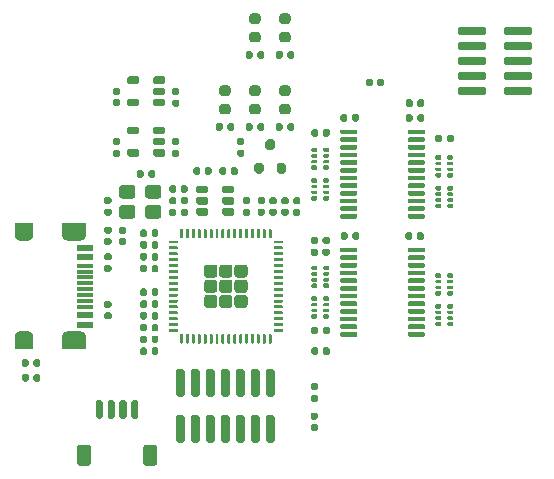
<source format=gtp>
G04 #@! TF.GenerationSoftware,KiCad,Pcbnew,(5.1.9-0-10_14)*
G04 #@! TF.CreationDate,2021-04-05T09:48:25+08:00*
G04 #@! TF.ProjectId,tigard,74696761-7264-42e6-9b69-6361645f7063,v1.1*
G04 #@! TF.SameCoordinates,Original*
G04 #@! TF.FileFunction,Paste,Top*
G04 #@! TF.FilePolarity,Positive*
%FSLAX46Y46*%
G04 Gerber Fmt 4.6, Leading zero omitted, Abs format (unit mm)*
G04 Created by KiCad (PCBNEW (5.1.9-0-10_14)) date 2021-04-05 09:48:25*
%MOMM*%
%LPD*%
G01*
G04 APERTURE LIST*
%ADD10R,1.600000X1.000000*%
%ADD11O,1.600000X1.000000*%
%ADD12O,2.100000X1.000000*%
%ADD13R,2.100000X1.000000*%
%ADD14R,1.450000X0.600000*%
%ADD15R,1.450000X0.300000*%
G04 APERTURE END LIST*
G36*
G01*
X44955000Y-71260000D02*
X45325000Y-71260000D01*
G75*
G02*
X45510000Y-71445000I0J-185000D01*
G01*
X45510000Y-73475000D01*
G75*
G02*
X45325000Y-73660000I-185000J0D01*
G01*
X44955000Y-73660000D01*
G75*
G02*
X44770000Y-73475000I0J185000D01*
G01*
X44770000Y-71445000D01*
G75*
G02*
X44955000Y-71260000I185000J0D01*
G01*
G37*
G36*
G01*
X44955000Y-67360000D02*
X45325000Y-67360000D01*
G75*
G02*
X45510000Y-67545000I0J-185000D01*
G01*
X45510000Y-69575000D01*
G75*
G02*
X45325000Y-69760000I-185000J0D01*
G01*
X44955000Y-69760000D01*
G75*
G02*
X44770000Y-69575000I0J185000D01*
G01*
X44770000Y-67545000D01*
G75*
G02*
X44955000Y-67360000I185000J0D01*
G01*
G37*
G36*
G01*
X46225000Y-71260000D02*
X46595000Y-71260000D01*
G75*
G02*
X46780000Y-71445000I0J-185000D01*
G01*
X46780000Y-73475000D01*
G75*
G02*
X46595000Y-73660000I-185000J0D01*
G01*
X46225000Y-73660000D01*
G75*
G02*
X46040000Y-73475000I0J185000D01*
G01*
X46040000Y-71445000D01*
G75*
G02*
X46225000Y-71260000I185000J0D01*
G01*
G37*
G36*
G01*
X46225000Y-67360000D02*
X46595000Y-67360000D01*
G75*
G02*
X46780000Y-67545000I0J-185000D01*
G01*
X46780000Y-69575000D01*
G75*
G02*
X46595000Y-69760000I-185000J0D01*
G01*
X46225000Y-69760000D01*
G75*
G02*
X46040000Y-69575000I0J185000D01*
G01*
X46040000Y-67545000D01*
G75*
G02*
X46225000Y-67360000I185000J0D01*
G01*
G37*
G36*
G01*
X47495000Y-71260000D02*
X47865000Y-71260000D01*
G75*
G02*
X48050000Y-71445000I0J-185000D01*
G01*
X48050000Y-73475000D01*
G75*
G02*
X47865000Y-73660000I-185000J0D01*
G01*
X47495000Y-73660000D01*
G75*
G02*
X47310000Y-73475000I0J185000D01*
G01*
X47310000Y-71445000D01*
G75*
G02*
X47495000Y-71260000I185000J0D01*
G01*
G37*
G36*
G01*
X47495000Y-67360000D02*
X47865000Y-67360000D01*
G75*
G02*
X48050000Y-67545000I0J-185000D01*
G01*
X48050000Y-69575000D01*
G75*
G02*
X47865000Y-69760000I-185000J0D01*
G01*
X47495000Y-69760000D01*
G75*
G02*
X47310000Y-69575000I0J185000D01*
G01*
X47310000Y-67545000D01*
G75*
G02*
X47495000Y-67360000I185000J0D01*
G01*
G37*
G36*
G01*
X48765000Y-71260000D02*
X49135000Y-71260000D01*
G75*
G02*
X49320000Y-71445000I0J-185000D01*
G01*
X49320000Y-73475000D01*
G75*
G02*
X49135000Y-73660000I-185000J0D01*
G01*
X48765000Y-73660000D01*
G75*
G02*
X48580000Y-73475000I0J185000D01*
G01*
X48580000Y-71445000D01*
G75*
G02*
X48765000Y-71260000I185000J0D01*
G01*
G37*
G36*
G01*
X48765000Y-67360000D02*
X49135000Y-67360000D01*
G75*
G02*
X49320000Y-67545000I0J-185000D01*
G01*
X49320000Y-69575000D01*
G75*
G02*
X49135000Y-69760000I-185000J0D01*
G01*
X48765000Y-69760000D01*
G75*
G02*
X48580000Y-69575000I0J185000D01*
G01*
X48580000Y-67545000D01*
G75*
G02*
X48765000Y-67360000I185000J0D01*
G01*
G37*
G36*
G01*
X50035000Y-71260000D02*
X50405000Y-71260000D01*
G75*
G02*
X50590000Y-71445000I0J-185000D01*
G01*
X50590000Y-73475000D01*
G75*
G02*
X50405000Y-73660000I-185000J0D01*
G01*
X50035000Y-73660000D01*
G75*
G02*
X49850000Y-73475000I0J185000D01*
G01*
X49850000Y-71445000D01*
G75*
G02*
X50035000Y-71260000I185000J0D01*
G01*
G37*
G36*
G01*
X50035000Y-67360000D02*
X50405000Y-67360000D01*
G75*
G02*
X50590000Y-67545000I0J-185000D01*
G01*
X50590000Y-69575000D01*
G75*
G02*
X50405000Y-69760000I-185000J0D01*
G01*
X50035000Y-69760000D01*
G75*
G02*
X49850000Y-69575000I0J185000D01*
G01*
X49850000Y-67545000D01*
G75*
G02*
X50035000Y-67360000I185000J0D01*
G01*
G37*
G36*
G01*
X51305000Y-71260000D02*
X51675000Y-71260000D01*
G75*
G02*
X51860000Y-71445000I0J-185000D01*
G01*
X51860000Y-73475000D01*
G75*
G02*
X51675000Y-73660000I-185000J0D01*
G01*
X51305000Y-73660000D01*
G75*
G02*
X51120000Y-73475000I0J185000D01*
G01*
X51120000Y-71445000D01*
G75*
G02*
X51305000Y-71260000I185000J0D01*
G01*
G37*
G36*
G01*
X51305000Y-67360000D02*
X51675000Y-67360000D01*
G75*
G02*
X51860000Y-67545000I0J-185000D01*
G01*
X51860000Y-69575000D01*
G75*
G02*
X51675000Y-69760000I-185000J0D01*
G01*
X51305000Y-69760000D01*
G75*
G02*
X51120000Y-69575000I0J185000D01*
G01*
X51120000Y-67545000D01*
G75*
G02*
X51305000Y-67360000I185000J0D01*
G01*
G37*
G36*
G01*
X52575000Y-71260000D02*
X52945000Y-71260000D01*
G75*
G02*
X53130000Y-71445000I0J-185000D01*
G01*
X53130000Y-73475000D01*
G75*
G02*
X52945000Y-73660000I-185000J0D01*
G01*
X52575000Y-73660000D01*
G75*
G02*
X52390000Y-73475000I0J185000D01*
G01*
X52390000Y-71445000D01*
G75*
G02*
X52575000Y-71260000I185000J0D01*
G01*
G37*
G36*
G01*
X52575000Y-67360000D02*
X52945000Y-67360000D01*
G75*
G02*
X53130000Y-67545000I0J-185000D01*
G01*
X53130000Y-69575000D01*
G75*
G02*
X52945000Y-69760000I-185000J0D01*
G01*
X52575000Y-69760000D01*
G75*
G02*
X52390000Y-69575000I0J185000D01*
G01*
X52390000Y-67545000D01*
G75*
G02*
X52575000Y-67360000I185000J0D01*
G01*
G37*
D10*
X31950000Y-55580000D03*
D11*
X31950000Y-56080000D03*
X31950000Y-64720000D03*
D10*
X31950000Y-65220000D03*
D12*
X36130000Y-64720000D03*
D13*
X36130000Y-65220000D03*
X36130000Y-55580000D03*
D12*
X36130000Y-56080000D03*
D14*
X37045000Y-63650000D03*
X37045000Y-62850000D03*
X37045000Y-57950000D03*
X37045000Y-57150000D03*
X37045000Y-57150000D03*
X37045000Y-57950000D03*
X37045000Y-62850000D03*
X37045000Y-63650000D03*
D15*
X37045000Y-58650000D03*
X37045000Y-59150000D03*
X37045000Y-59650000D03*
X37045000Y-60650000D03*
X37045000Y-61150000D03*
X37045000Y-61650000D03*
X37045000Y-62150000D03*
X37045000Y-60150000D03*
G36*
G01*
X64395000Y-47425000D02*
X64395000Y-47225000D01*
G75*
G02*
X64495000Y-47125000I100000J0D01*
G01*
X65770000Y-47125000D01*
G75*
G02*
X65870000Y-47225000I0J-100000D01*
G01*
X65870000Y-47425000D01*
G75*
G02*
X65770000Y-47525000I-100000J0D01*
G01*
X64495000Y-47525000D01*
G75*
G02*
X64395000Y-47425000I0J100000D01*
G01*
G37*
G36*
G01*
X64395000Y-48075000D02*
X64395000Y-47875000D01*
G75*
G02*
X64495000Y-47775000I100000J0D01*
G01*
X65770000Y-47775000D01*
G75*
G02*
X65870000Y-47875000I0J-100000D01*
G01*
X65870000Y-48075000D01*
G75*
G02*
X65770000Y-48175000I-100000J0D01*
G01*
X64495000Y-48175000D01*
G75*
G02*
X64395000Y-48075000I0J100000D01*
G01*
G37*
G36*
G01*
X64395000Y-48725000D02*
X64395000Y-48525000D01*
G75*
G02*
X64495000Y-48425000I100000J0D01*
G01*
X65770000Y-48425000D01*
G75*
G02*
X65870000Y-48525000I0J-100000D01*
G01*
X65870000Y-48725000D01*
G75*
G02*
X65770000Y-48825000I-100000J0D01*
G01*
X64495000Y-48825000D01*
G75*
G02*
X64395000Y-48725000I0J100000D01*
G01*
G37*
G36*
G01*
X64395000Y-49375000D02*
X64395000Y-49175000D01*
G75*
G02*
X64495000Y-49075000I100000J0D01*
G01*
X65770000Y-49075000D01*
G75*
G02*
X65870000Y-49175000I0J-100000D01*
G01*
X65870000Y-49375000D01*
G75*
G02*
X65770000Y-49475000I-100000J0D01*
G01*
X64495000Y-49475000D01*
G75*
G02*
X64395000Y-49375000I0J100000D01*
G01*
G37*
G36*
G01*
X64395000Y-50025000D02*
X64395000Y-49825000D01*
G75*
G02*
X64495000Y-49725000I100000J0D01*
G01*
X65770000Y-49725000D01*
G75*
G02*
X65870000Y-49825000I0J-100000D01*
G01*
X65870000Y-50025000D01*
G75*
G02*
X65770000Y-50125000I-100000J0D01*
G01*
X64495000Y-50125000D01*
G75*
G02*
X64395000Y-50025000I0J100000D01*
G01*
G37*
G36*
G01*
X64395000Y-50675000D02*
X64395000Y-50475000D01*
G75*
G02*
X64495000Y-50375000I100000J0D01*
G01*
X65770000Y-50375000D01*
G75*
G02*
X65870000Y-50475000I0J-100000D01*
G01*
X65870000Y-50675000D01*
G75*
G02*
X65770000Y-50775000I-100000J0D01*
G01*
X64495000Y-50775000D01*
G75*
G02*
X64395000Y-50675000I0J100000D01*
G01*
G37*
G36*
G01*
X64395000Y-51325000D02*
X64395000Y-51125000D01*
G75*
G02*
X64495000Y-51025000I100000J0D01*
G01*
X65770000Y-51025000D01*
G75*
G02*
X65870000Y-51125000I0J-100000D01*
G01*
X65870000Y-51325000D01*
G75*
G02*
X65770000Y-51425000I-100000J0D01*
G01*
X64495000Y-51425000D01*
G75*
G02*
X64395000Y-51325000I0J100000D01*
G01*
G37*
G36*
G01*
X64395000Y-51975000D02*
X64395000Y-51775000D01*
G75*
G02*
X64495000Y-51675000I100000J0D01*
G01*
X65770000Y-51675000D01*
G75*
G02*
X65870000Y-51775000I0J-100000D01*
G01*
X65870000Y-51975000D01*
G75*
G02*
X65770000Y-52075000I-100000J0D01*
G01*
X64495000Y-52075000D01*
G75*
G02*
X64395000Y-51975000I0J100000D01*
G01*
G37*
G36*
G01*
X64395000Y-52625000D02*
X64395000Y-52425000D01*
G75*
G02*
X64495000Y-52325000I100000J0D01*
G01*
X65770000Y-52325000D01*
G75*
G02*
X65870000Y-52425000I0J-100000D01*
G01*
X65870000Y-52625000D01*
G75*
G02*
X65770000Y-52725000I-100000J0D01*
G01*
X64495000Y-52725000D01*
G75*
G02*
X64395000Y-52625000I0J100000D01*
G01*
G37*
G36*
G01*
X64395000Y-53275000D02*
X64395000Y-53075000D01*
G75*
G02*
X64495000Y-52975000I100000J0D01*
G01*
X65770000Y-52975000D01*
G75*
G02*
X65870000Y-53075000I0J-100000D01*
G01*
X65870000Y-53275000D01*
G75*
G02*
X65770000Y-53375000I-100000J0D01*
G01*
X64495000Y-53375000D01*
G75*
G02*
X64395000Y-53275000I0J100000D01*
G01*
G37*
G36*
G01*
X64395000Y-53925000D02*
X64395000Y-53725000D01*
G75*
G02*
X64495000Y-53625000I100000J0D01*
G01*
X65770000Y-53625000D01*
G75*
G02*
X65870000Y-53725000I0J-100000D01*
G01*
X65870000Y-53925000D01*
G75*
G02*
X65770000Y-54025000I-100000J0D01*
G01*
X64495000Y-54025000D01*
G75*
G02*
X64395000Y-53925000I0J100000D01*
G01*
G37*
G36*
G01*
X64395000Y-54575000D02*
X64395000Y-54375000D01*
G75*
G02*
X64495000Y-54275000I100000J0D01*
G01*
X65770000Y-54275000D01*
G75*
G02*
X65870000Y-54375000I0J-100000D01*
G01*
X65870000Y-54575000D01*
G75*
G02*
X65770000Y-54675000I-100000J0D01*
G01*
X64495000Y-54675000D01*
G75*
G02*
X64395000Y-54575000I0J100000D01*
G01*
G37*
G36*
G01*
X58670000Y-54575000D02*
X58670000Y-54375000D01*
G75*
G02*
X58770000Y-54275000I100000J0D01*
G01*
X60045000Y-54275000D01*
G75*
G02*
X60145000Y-54375000I0J-100000D01*
G01*
X60145000Y-54575000D01*
G75*
G02*
X60045000Y-54675000I-100000J0D01*
G01*
X58770000Y-54675000D01*
G75*
G02*
X58670000Y-54575000I0J100000D01*
G01*
G37*
G36*
G01*
X58670000Y-53925000D02*
X58670000Y-53725000D01*
G75*
G02*
X58770000Y-53625000I100000J0D01*
G01*
X60045000Y-53625000D01*
G75*
G02*
X60145000Y-53725000I0J-100000D01*
G01*
X60145000Y-53925000D01*
G75*
G02*
X60045000Y-54025000I-100000J0D01*
G01*
X58770000Y-54025000D01*
G75*
G02*
X58670000Y-53925000I0J100000D01*
G01*
G37*
G36*
G01*
X58670000Y-53275000D02*
X58670000Y-53075000D01*
G75*
G02*
X58770000Y-52975000I100000J0D01*
G01*
X60045000Y-52975000D01*
G75*
G02*
X60145000Y-53075000I0J-100000D01*
G01*
X60145000Y-53275000D01*
G75*
G02*
X60045000Y-53375000I-100000J0D01*
G01*
X58770000Y-53375000D01*
G75*
G02*
X58670000Y-53275000I0J100000D01*
G01*
G37*
G36*
G01*
X58670000Y-52625000D02*
X58670000Y-52425000D01*
G75*
G02*
X58770000Y-52325000I100000J0D01*
G01*
X60045000Y-52325000D01*
G75*
G02*
X60145000Y-52425000I0J-100000D01*
G01*
X60145000Y-52625000D01*
G75*
G02*
X60045000Y-52725000I-100000J0D01*
G01*
X58770000Y-52725000D01*
G75*
G02*
X58670000Y-52625000I0J100000D01*
G01*
G37*
G36*
G01*
X58670000Y-51975000D02*
X58670000Y-51775000D01*
G75*
G02*
X58770000Y-51675000I100000J0D01*
G01*
X60045000Y-51675000D01*
G75*
G02*
X60145000Y-51775000I0J-100000D01*
G01*
X60145000Y-51975000D01*
G75*
G02*
X60045000Y-52075000I-100000J0D01*
G01*
X58770000Y-52075000D01*
G75*
G02*
X58670000Y-51975000I0J100000D01*
G01*
G37*
G36*
G01*
X58670000Y-51325000D02*
X58670000Y-51125000D01*
G75*
G02*
X58770000Y-51025000I100000J0D01*
G01*
X60045000Y-51025000D01*
G75*
G02*
X60145000Y-51125000I0J-100000D01*
G01*
X60145000Y-51325000D01*
G75*
G02*
X60045000Y-51425000I-100000J0D01*
G01*
X58770000Y-51425000D01*
G75*
G02*
X58670000Y-51325000I0J100000D01*
G01*
G37*
G36*
G01*
X58670000Y-50675000D02*
X58670000Y-50475000D01*
G75*
G02*
X58770000Y-50375000I100000J0D01*
G01*
X60045000Y-50375000D01*
G75*
G02*
X60145000Y-50475000I0J-100000D01*
G01*
X60145000Y-50675000D01*
G75*
G02*
X60045000Y-50775000I-100000J0D01*
G01*
X58770000Y-50775000D01*
G75*
G02*
X58670000Y-50675000I0J100000D01*
G01*
G37*
G36*
G01*
X58670000Y-50025000D02*
X58670000Y-49825000D01*
G75*
G02*
X58770000Y-49725000I100000J0D01*
G01*
X60045000Y-49725000D01*
G75*
G02*
X60145000Y-49825000I0J-100000D01*
G01*
X60145000Y-50025000D01*
G75*
G02*
X60045000Y-50125000I-100000J0D01*
G01*
X58770000Y-50125000D01*
G75*
G02*
X58670000Y-50025000I0J100000D01*
G01*
G37*
G36*
G01*
X58670000Y-49375000D02*
X58670000Y-49175000D01*
G75*
G02*
X58770000Y-49075000I100000J0D01*
G01*
X60045000Y-49075000D01*
G75*
G02*
X60145000Y-49175000I0J-100000D01*
G01*
X60145000Y-49375000D01*
G75*
G02*
X60045000Y-49475000I-100000J0D01*
G01*
X58770000Y-49475000D01*
G75*
G02*
X58670000Y-49375000I0J100000D01*
G01*
G37*
G36*
G01*
X58670000Y-48725000D02*
X58670000Y-48525000D01*
G75*
G02*
X58770000Y-48425000I100000J0D01*
G01*
X60045000Y-48425000D01*
G75*
G02*
X60145000Y-48525000I0J-100000D01*
G01*
X60145000Y-48725000D01*
G75*
G02*
X60045000Y-48825000I-100000J0D01*
G01*
X58770000Y-48825000D01*
G75*
G02*
X58670000Y-48725000I0J100000D01*
G01*
G37*
G36*
G01*
X58670000Y-48075000D02*
X58670000Y-47875000D01*
G75*
G02*
X58770000Y-47775000I100000J0D01*
G01*
X60045000Y-47775000D01*
G75*
G02*
X60145000Y-47875000I0J-100000D01*
G01*
X60145000Y-48075000D01*
G75*
G02*
X60045000Y-48175000I-100000J0D01*
G01*
X58770000Y-48175000D01*
G75*
G02*
X58670000Y-48075000I0J100000D01*
G01*
G37*
G36*
G01*
X58670000Y-47425000D02*
X58670000Y-47225000D01*
G75*
G02*
X58770000Y-47125000I100000J0D01*
G01*
X60045000Y-47125000D01*
G75*
G02*
X60145000Y-47225000I0J-100000D01*
G01*
X60145000Y-47425000D01*
G75*
G02*
X60045000Y-47525000I-100000J0D01*
G01*
X58770000Y-47525000D01*
G75*
G02*
X58670000Y-47425000I0J100000D01*
G01*
G37*
G36*
G01*
X41995000Y-75350001D02*
X41995000Y-74049999D01*
G75*
G02*
X42244999Y-73800000I249999J0D01*
G01*
X42945001Y-73800000D01*
G75*
G02*
X43195000Y-74049999I0J-249999D01*
G01*
X43195000Y-75350001D01*
G75*
G02*
X42945001Y-75600000I-249999J0D01*
G01*
X42244999Y-75600000D01*
G75*
G02*
X41995000Y-75350001I0J249999D01*
G01*
G37*
G36*
G01*
X36395000Y-75350001D02*
X36395000Y-74049999D01*
G75*
G02*
X36644999Y-73800000I249999J0D01*
G01*
X37345001Y-73800000D01*
G75*
G02*
X37595000Y-74049999I0J-249999D01*
G01*
X37595000Y-75350001D01*
G75*
G02*
X37345001Y-75600000I-249999J0D01*
G01*
X36644999Y-75600000D01*
G75*
G02*
X36395000Y-75350001I0J249999D01*
G01*
G37*
G36*
G01*
X40995000Y-71450000D02*
X40995000Y-70200000D01*
G75*
G02*
X41145000Y-70050000I150000J0D01*
G01*
X41445000Y-70050000D01*
G75*
G02*
X41595000Y-70200000I0J-150000D01*
G01*
X41595000Y-71450000D01*
G75*
G02*
X41445000Y-71600000I-150000J0D01*
G01*
X41145000Y-71600000D01*
G75*
G02*
X40995000Y-71450000I0J150000D01*
G01*
G37*
G36*
G01*
X39995000Y-71450000D02*
X39995000Y-70200000D01*
G75*
G02*
X40145000Y-70050000I150000J0D01*
G01*
X40445000Y-70050000D01*
G75*
G02*
X40595000Y-70200000I0J-150000D01*
G01*
X40595000Y-71450000D01*
G75*
G02*
X40445000Y-71600000I-150000J0D01*
G01*
X40145000Y-71600000D01*
G75*
G02*
X39995000Y-71450000I0J150000D01*
G01*
G37*
G36*
G01*
X38995000Y-71450000D02*
X38995000Y-70200000D01*
G75*
G02*
X39145000Y-70050000I150000J0D01*
G01*
X39445000Y-70050000D01*
G75*
G02*
X39595000Y-70200000I0J-150000D01*
G01*
X39595000Y-71450000D01*
G75*
G02*
X39445000Y-71600000I-150000J0D01*
G01*
X39145000Y-71600000D01*
G75*
G02*
X38995000Y-71450000I0J150000D01*
G01*
G37*
G36*
G01*
X37995000Y-71450000D02*
X37995000Y-70200000D01*
G75*
G02*
X38145000Y-70050000I150000J0D01*
G01*
X38445000Y-70050000D01*
G75*
G02*
X38595000Y-70200000I0J-150000D01*
G01*
X38595000Y-71450000D01*
G75*
G02*
X38445000Y-71600000I-150000J0D01*
G01*
X38145000Y-71600000D01*
G75*
G02*
X37995000Y-71450000I0J150000D01*
G01*
G37*
G36*
G01*
X72530000Y-44045000D02*
X72530000Y-43675000D01*
G75*
G02*
X72715000Y-43490000I185000J0D01*
G01*
X74745000Y-43490000D01*
G75*
G02*
X74930000Y-43675000I0J-185000D01*
G01*
X74930000Y-44045000D01*
G75*
G02*
X74745000Y-44230000I-185000J0D01*
G01*
X72715000Y-44230000D01*
G75*
G02*
X72530000Y-44045000I0J185000D01*
G01*
G37*
G36*
G01*
X68630000Y-44045000D02*
X68630000Y-43675000D01*
G75*
G02*
X68815000Y-43490000I185000J0D01*
G01*
X70845000Y-43490000D01*
G75*
G02*
X71030000Y-43675000I0J-185000D01*
G01*
X71030000Y-44045000D01*
G75*
G02*
X70845000Y-44230000I-185000J0D01*
G01*
X68815000Y-44230000D01*
G75*
G02*
X68630000Y-44045000I0J185000D01*
G01*
G37*
G36*
G01*
X72530000Y-42775000D02*
X72530000Y-42405000D01*
G75*
G02*
X72715000Y-42220000I185000J0D01*
G01*
X74745000Y-42220000D01*
G75*
G02*
X74930000Y-42405000I0J-185000D01*
G01*
X74930000Y-42775000D01*
G75*
G02*
X74745000Y-42960000I-185000J0D01*
G01*
X72715000Y-42960000D01*
G75*
G02*
X72530000Y-42775000I0J185000D01*
G01*
G37*
G36*
G01*
X68630000Y-42775000D02*
X68630000Y-42405000D01*
G75*
G02*
X68815000Y-42220000I185000J0D01*
G01*
X70845000Y-42220000D01*
G75*
G02*
X71030000Y-42405000I0J-185000D01*
G01*
X71030000Y-42775000D01*
G75*
G02*
X70845000Y-42960000I-185000J0D01*
G01*
X68815000Y-42960000D01*
G75*
G02*
X68630000Y-42775000I0J185000D01*
G01*
G37*
G36*
G01*
X72530000Y-41505000D02*
X72530000Y-41135000D01*
G75*
G02*
X72715000Y-40950000I185000J0D01*
G01*
X74745000Y-40950000D01*
G75*
G02*
X74930000Y-41135000I0J-185000D01*
G01*
X74930000Y-41505000D01*
G75*
G02*
X74745000Y-41690000I-185000J0D01*
G01*
X72715000Y-41690000D01*
G75*
G02*
X72530000Y-41505000I0J185000D01*
G01*
G37*
G36*
G01*
X68630000Y-41505000D02*
X68630000Y-41135000D01*
G75*
G02*
X68815000Y-40950000I185000J0D01*
G01*
X70845000Y-40950000D01*
G75*
G02*
X71030000Y-41135000I0J-185000D01*
G01*
X71030000Y-41505000D01*
G75*
G02*
X70845000Y-41690000I-185000J0D01*
G01*
X68815000Y-41690000D01*
G75*
G02*
X68630000Y-41505000I0J185000D01*
G01*
G37*
G36*
G01*
X72530000Y-40235000D02*
X72530000Y-39865000D01*
G75*
G02*
X72715000Y-39680000I185000J0D01*
G01*
X74745000Y-39680000D01*
G75*
G02*
X74930000Y-39865000I0J-185000D01*
G01*
X74930000Y-40235000D01*
G75*
G02*
X74745000Y-40420000I-185000J0D01*
G01*
X72715000Y-40420000D01*
G75*
G02*
X72530000Y-40235000I0J185000D01*
G01*
G37*
G36*
G01*
X68630000Y-40235000D02*
X68630000Y-39865000D01*
G75*
G02*
X68815000Y-39680000I185000J0D01*
G01*
X70845000Y-39680000D01*
G75*
G02*
X71030000Y-39865000I0J-185000D01*
G01*
X71030000Y-40235000D01*
G75*
G02*
X70845000Y-40420000I-185000J0D01*
G01*
X68815000Y-40420000D01*
G75*
G02*
X68630000Y-40235000I0J185000D01*
G01*
G37*
G36*
G01*
X72530000Y-38965000D02*
X72530000Y-38595000D01*
G75*
G02*
X72715000Y-38410000I185000J0D01*
G01*
X74745000Y-38410000D01*
G75*
G02*
X74930000Y-38595000I0J-185000D01*
G01*
X74930000Y-38965000D01*
G75*
G02*
X74745000Y-39150000I-185000J0D01*
G01*
X72715000Y-39150000D01*
G75*
G02*
X72530000Y-38965000I0J185000D01*
G01*
G37*
G36*
G01*
X68630000Y-38965000D02*
X68630000Y-38595000D01*
G75*
G02*
X68815000Y-38410000I185000J0D01*
G01*
X70845000Y-38410000D01*
G75*
G02*
X71030000Y-38595000I0J-185000D01*
G01*
X71030000Y-38965000D01*
G75*
G02*
X70845000Y-39150000I-185000J0D01*
G01*
X68815000Y-39150000D01*
G75*
G02*
X68630000Y-38965000I0J185000D01*
G01*
G37*
G36*
G01*
X58670000Y-57425000D02*
X58670000Y-57225000D01*
G75*
G02*
X58770000Y-57125000I100000J0D01*
G01*
X60045000Y-57125000D01*
G75*
G02*
X60145000Y-57225000I0J-100000D01*
G01*
X60145000Y-57425000D01*
G75*
G02*
X60045000Y-57525000I-100000J0D01*
G01*
X58770000Y-57525000D01*
G75*
G02*
X58670000Y-57425000I0J100000D01*
G01*
G37*
G36*
G01*
X58670000Y-58075000D02*
X58670000Y-57875000D01*
G75*
G02*
X58770000Y-57775000I100000J0D01*
G01*
X60045000Y-57775000D01*
G75*
G02*
X60145000Y-57875000I0J-100000D01*
G01*
X60145000Y-58075000D01*
G75*
G02*
X60045000Y-58175000I-100000J0D01*
G01*
X58770000Y-58175000D01*
G75*
G02*
X58670000Y-58075000I0J100000D01*
G01*
G37*
G36*
G01*
X58670000Y-58725000D02*
X58670000Y-58525000D01*
G75*
G02*
X58770000Y-58425000I100000J0D01*
G01*
X60045000Y-58425000D01*
G75*
G02*
X60145000Y-58525000I0J-100000D01*
G01*
X60145000Y-58725000D01*
G75*
G02*
X60045000Y-58825000I-100000J0D01*
G01*
X58770000Y-58825000D01*
G75*
G02*
X58670000Y-58725000I0J100000D01*
G01*
G37*
G36*
G01*
X58670000Y-59375000D02*
X58670000Y-59175000D01*
G75*
G02*
X58770000Y-59075000I100000J0D01*
G01*
X60045000Y-59075000D01*
G75*
G02*
X60145000Y-59175000I0J-100000D01*
G01*
X60145000Y-59375000D01*
G75*
G02*
X60045000Y-59475000I-100000J0D01*
G01*
X58770000Y-59475000D01*
G75*
G02*
X58670000Y-59375000I0J100000D01*
G01*
G37*
G36*
G01*
X58670000Y-60025000D02*
X58670000Y-59825000D01*
G75*
G02*
X58770000Y-59725000I100000J0D01*
G01*
X60045000Y-59725000D01*
G75*
G02*
X60145000Y-59825000I0J-100000D01*
G01*
X60145000Y-60025000D01*
G75*
G02*
X60045000Y-60125000I-100000J0D01*
G01*
X58770000Y-60125000D01*
G75*
G02*
X58670000Y-60025000I0J100000D01*
G01*
G37*
G36*
G01*
X58670000Y-60675000D02*
X58670000Y-60475000D01*
G75*
G02*
X58770000Y-60375000I100000J0D01*
G01*
X60045000Y-60375000D01*
G75*
G02*
X60145000Y-60475000I0J-100000D01*
G01*
X60145000Y-60675000D01*
G75*
G02*
X60045000Y-60775000I-100000J0D01*
G01*
X58770000Y-60775000D01*
G75*
G02*
X58670000Y-60675000I0J100000D01*
G01*
G37*
G36*
G01*
X58670000Y-61325000D02*
X58670000Y-61125000D01*
G75*
G02*
X58770000Y-61025000I100000J0D01*
G01*
X60045000Y-61025000D01*
G75*
G02*
X60145000Y-61125000I0J-100000D01*
G01*
X60145000Y-61325000D01*
G75*
G02*
X60045000Y-61425000I-100000J0D01*
G01*
X58770000Y-61425000D01*
G75*
G02*
X58670000Y-61325000I0J100000D01*
G01*
G37*
G36*
G01*
X58670000Y-61975000D02*
X58670000Y-61775000D01*
G75*
G02*
X58770000Y-61675000I100000J0D01*
G01*
X60045000Y-61675000D01*
G75*
G02*
X60145000Y-61775000I0J-100000D01*
G01*
X60145000Y-61975000D01*
G75*
G02*
X60045000Y-62075000I-100000J0D01*
G01*
X58770000Y-62075000D01*
G75*
G02*
X58670000Y-61975000I0J100000D01*
G01*
G37*
G36*
G01*
X58670000Y-62625000D02*
X58670000Y-62425000D01*
G75*
G02*
X58770000Y-62325000I100000J0D01*
G01*
X60045000Y-62325000D01*
G75*
G02*
X60145000Y-62425000I0J-100000D01*
G01*
X60145000Y-62625000D01*
G75*
G02*
X60045000Y-62725000I-100000J0D01*
G01*
X58770000Y-62725000D01*
G75*
G02*
X58670000Y-62625000I0J100000D01*
G01*
G37*
G36*
G01*
X58670000Y-63275000D02*
X58670000Y-63075000D01*
G75*
G02*
X58770000Y-62975000I100000J0D01*
G01*
X60045000Y-62975000D01*
G75*
G02*
X60145000Y-63075000I0J-100000D01*
G01*
X60145000Y-63275000D01*
G75*
G02*
X60045000Y-63375000I-100000J0D01*
G01*
X58770000Y-63375000D01*
G75*
G02*
X58670000Y-63275000I0J100000D01*
G01*
G37*
G36*
G01*
X58670000Y-63925000D02*
X58670000Y-63725000D01*
G75*
G02*
X58770000Y-63625000I100000J0D01*
G01*
X60045000Y-63625000D01*
G75*
G02*
X60145000Y-63725000I0J-100000D01*
G01*
X60145000Y-63925000D01*
G75*
G02*
X60045000Y-64025000I-100000J0D01*
G01*
X58770000Y-64025000D01*
G75*
G02*
X58670000Y-63925000I0J100000D01*
G01*
G37*
G36*
G01*
X58670000Y-64575000D02*
X58670000Y-64375000D01*
G75*
G02*
X58770000Y-64275000I100000J0D01*
G01*
X60045000Y-64275000D01*
G75*
G02*
X60145000Y-64375000I0J-100000D01*
G01*
X60145000Y-64575000D01*
G75*
G02*
X60045000Y-64675000I-100000J0D01*
G01*
X58770000Y-64675000D01*
G75*
G02*
X58670000Y-64575000I0J100000D01*
G01*
G37*
G36*
G01*
X64395000Y-64575000D02*
X64395000Y-64375000D01*
G75*
G02*
X64495000Y-64275000I100000J0D01*
G01*
X65770000Y-64275000D01*
G75*
G02*
X65870000Y-64375000I0J-100000D01*
G01*
X65870000Y-64575000D01*
G75*
G02*
X65770000Y-64675000I-100000J0D01*
G01*
X64495000Y-64675000D01*
G75*
G02*
X64395000Y-64575000I0J100000D01*
G01*
G37*
G36*
G01*
X64395000Y-63925000D02*
X64395000Y-63725000D01*
G75*
G02*
X64495000Y-63625000I100000J0D01*
G01*
X65770000Y-63625000D01*
G75*
G02*
X65870000Y-63725000I0J-100000D01*
G01*
X65870000Y-63925000D01*
G75*
G02*
X65770000Y-64025000I-100000J0D01*
G01*
X64495000Y-64025000D01*
G75*
G02*
X64395000Y-63925000I0J100000D01*
G01*
G37*
G36*
G01*
X64395000Y-63275000D02*
X64395000Y-63075000D01*
G75*
G02*
X64495000Y-62975000I100000J0D01*
G01*
X65770000Y-62975000D01*
G75*
G02*
X65870000Y-63075000I0J-100000D01*
G01*
X65870000Y-63275000D01*
G75*
G02*
X65770000Y-63375000I-100000J0D01*
G01*
X64495000Y-63375000D01*
G75*
G02*
X64395000Y-63275000I0J100000D01*
G01*
G37*
G36*
G01*
X64395000Y-62625000D02*
X64395000Y-62425000D01*
G75*
G02*
X64495000Y-62325000I100000J0D01*
G01*
X65770000Y-62325000D01*
G75*
G02*
X65870000Y-62425000I0J-100000D01*
G01*
X65870000Y-62625000D01*
G75*
G02*
X65770000Y-62725000I-100000J0D01*
G01*
X64495000Y-62725000D01*
G75*
G02*
X64395000Y-62625000I0J100000D01*
G01*
G37*
G36*
G01*
X64395000Y-61975000D02*
X64395000Y-61775000D01*
G75*
G02*
X64495000Y-61675000I100000J0D01*
G01*
X65770000Y-61675000D01*
G75*
G02*
X65870000Y-61775000I0J-100000D01*
G01*
X65870000Y-61975000D01*
G75*
G02*
X65770000Y-62075000I-100000J0D01*
G01*
X64495000Y-62075000D01*
G75*
G02*
X64395000Y-61975000I0J100000D01*
G01*
G37*
G36*
G01*
X64395000Y-61325000D02*
X64395000Y-61125000D01*
G75*
G02*
X64495000Y-61025000I100000J0D01*
G01*
X65770000Y-61025000D01*
G75*
G02*
X65870000Y-61125000I0J-100000D01*
G01*
X65870000Y-61325000D01*
G75*
G02*
X65770000Y-61425000I-100000J0D01*
G01*
X64495000Y-61425000D01*
G75*
G02*
X64395000Y-61325000I0J100000D01*
G01*
G37*
G36*
G01*
X64395000Y-60675000D02*
X64395000Y-60475000D01*
G75*
G02*
X64495000Y-60375000I100000J0D01*
G01*
X65770000Y-60375000D01*
G75*
G02*
X65870000Y-60475000I0J-100000D01*
G01*
X65870000Y-60675000D01*
G75*
G02*
X65770000Y-60775000I-100000J0D01*
G01*
X64495000Y-60775000D01*
G75*
G02*
X64395000Y-60675000I0J100000D01*
G01*
G37*
G36*
G01*
X64395000Y-60025000D02*
X64395000Y-59825000D01*
G75*
G02*
X64495000Y-59725000I100000J0D01*
G01*
X65770000Y-59725000D01*
G75*
G02*
X65870000Y-59825000I0J-100000D01*
G01*
X65870000Y-60025000D01*
G75*
G02*
X65770000Y-60125000I-100000J0D01*
G01*
X64495000Y-60125000D01*
G75*
G02*
X64395000Y-60025000I0J100000D01*
G01*
G37*
G36*
G01*
X64395000Y-59375000D02*
X64395000Y-59175000D01*
G75*
G02*
X64495000Y-59075000I100000J0D01*
G01*
X65770000Y-59075000D01*
G75*
G02*
X65870000Y-59175000I0J-100000D01*
G01*
X65870000Y-59375000D01*
G75*
G02*
X65770000Y-59475000I-100000J0D01*
G01*
X64495000Y-59475000D01*
G75*
G02*
X64395000Y-59375000I0J100000D01*
G01*
G37*
G36*
G01*
X64395000Y-58725000D02*
X64395000Y-58525000D01*
G75*
G02*
X64495000Y-58425000I100000J0D01*
G01*
X65770000Y-58425000D01*
G75*
G02*
X65870000Y-58525000I0J-100000D01*
G01*
X65870000Y-58725000D01*
G75*
G02*
X65770000Y-58825000I-100000J0D01*
G01*
X64495000Y-58825000D01*
G75*
G02*
X64395000Y-58725000I0J100000D01*
G01*
G37*
G36*
G01*
X64395000Y-58075000D02*
X64395000Y-57875000D01*
G75*
G02*
X64495000Y-57775000I100000J0D01*
G01*
X65770000Y-57775000D01*
G75*
G02*
X65870000Y-57875000I0J-100000D01*
G01*
X65870000Y-58075000D01*
G75*
G02*
X65770000Y-58175000I-100000J0D01*
G01*
X64495000Y-58175000D01*
G75*
G02*
X64395000Y-58075000I0J100000D01*
G01*
G37*
G36*
G01*
X64395000Y-57425000D02*
X64395000Y-57225000D01*
G75*
G02*
X64495000Y-57125000I100000J0D01*
G01*
X65770000Y-57125000D01*
G75*
G02*
X65870000Y-57225000I0J-100000D01*
G01*
X65870000Y-57425000D01*
G75*
G02*
X65770000Y-57525000I-100000J0D01*
G01*
X64495000Y-57525000D01*
G75*
G02*
X64395000Y-57425000I0J100000D01*
G01*
G37*
G36*
G01*
X57250000Y-63050000D02*
X57250000Y-62850000D01*
G75*
G02*
X57350000Y-62750000I100000J0D01*
G01*
X57650000Y-62750000D01*
G75*
G02*
X57750000Y-62850000I0J-100000D01*
G01*
X57750000Y-63050000D01*
G75*
G02*
X57650000Y-63150000I-100000J0D01*
G01*
X57350000Y-63150000D01*
G75*
G02*
X57250000Y-63050000I0J100000D01*
G01*
G37*
G36*
G01*
X57250000Y-62525000D02*
X57250000Y-62375000D01*
G75*
G02*
X57325000Y-62300000I75000J0D01*
G01*
X57675000Y-62300000D01*
G75*
G02*
X57750000Y-62375000I0J-75000D01*
G01*
X57750000Y-62525000D01*
G75*
G02*
X57675000Y-62600000I-75000J0D01*
G01*
X57325000Y-62600000D01*
G75*
G02*
X57250000Y-62525000I0J75000D01*
G01*
G37*
G36*
G01*
X57250000Y-61550000D02*
X57250000Y-61350000D01*
G75*
G02*
X57350000Y-61250000I100000J0D01*
G01*
X57650000Y-61250000D01*
G75*
G02*
X57750000Y-61350000I0J-100000D01*
G01*
X57750000Y-61550000D01*
G75*
G02*
X57650000Y-61650000I-100000J0D01*
G01*
X57350000Y-61650000D01*
G75*
G02*
X57250000Y-61550000I0J100000D01*
G01*
G37*
G36*
G01*
X57250000Y-62025000D02*
X57250000Y-61875000D01*
G75*
G02*
X57325000Y-61800000I75000J0D01*
G01*
X57675000Y-61800000D01*
G75*
G02*
X57750000Y-61875000I0J-75000D01*
G01*
X57750000Y-62025000D01*
G75*
G02*
X57675000Y-62100000I-75000J0D01*
G01*
X57325000Y-62100000D01*
G75*
G02*
X57250000Y-62025000I0J75000D01*
G01*
G37*
G36*
G01*
X56250000Y-63050000D02*
X56250000Y-62850000D01*
G75*
G02*
X56350000Y-62750000I100000J0D01*
G01*
X56650000Y-62750000D01*
G75*
G02*
X56750000Y-62850000I0J-100000D01*
G01*
X56750000Y-63050000D01*
G75*
G02*
X56650000Y-63150000I-100000J0D01*
G01*
X56350000Y-63150000D01*
G75*
G02*
X56250000Y-63050000I0J100000D01*
G01*
G37*
G36*
G01*
X56250000Y-62025000D02*
X56250000Y-61875000D01*
G75*
G02*
X56325000Y-61800000I75000J0D01*
G01*
X56675000Y-61800000D01*
G75*
G02*
X56750000Y-61875000I0J-75000D01*
G01*
X56750000Y-62025000D01*
G75*
G02*
X56675000Y-62100000I-75000J0D01*
G01*
X56325000Y-62100000D01*
G75*
G02*
X56250000Y-62025000I0J75000D01*
G01*
G37*
G36*
G01*
X56250000Y-62525000D02*
X56250000Y-62375000D01*
G75*
G02*
X56325000Y-62300000I75000J0D01*
G01*
X56675000Y-62300000D01*
G75*
G02*
X56750000Y-62375000I0J-75000D01*
G01*
X56750000Y-62525000D01*
G75*
G02*
X56675000Y-62600000I-75000J0D01*
G01*
X56325000Y-62600000D01*
G75*
G02*
X56250000Y-62525000I0J75000D01*
G01*
G37*
G36*
G01*
X56250000Y-61550000D02*
X56250000Y-61350000D01*
G75*
G02*
X56350000Y-61250000I100000J0D01*
G01*
X56650000Y-61250000D01*
G75*
G02*
X56750000Y-61350000I0J-100000D01*
G01*
X56750000Y-61550000D01*
G75*
G02*
X56650000Y-61650000I-100000J0D01*
G01*
X56350000Y-61650000D01*
G75*
G02*
X56250000Y-61550000I0J100000D01*
G01*
G37*
G36*
G01*
X56672500Y-57795000D02*
X56327500Y-57795000D01*
G75*
G02*
X56180000Y-57647500I0J147500D01*
G01*
X56180000Y-57352500D01*
G75*
G02*
X56327500Y-57205000I147500J0D01*
G01*
X56672500Y-57205000D01*
G75*
G02*
X56820000Y-57352500I0J-147500D01*
G01*
X56820000Y-57647500D01*
G75*
G02*
X56672500Y-57795000I-147500J0D01*
G01*
G37*
G36*
G01*
X56672500Y-56825000D02*
X56327500Y-56825000D01*
G75*
G02*
X56180000Y-56677500I0J147500D01*
G01*
X56180000Y-56382500D01*
G75*
G02*
X56327500Y-56235000I147500J0D01*
G01*
X56672500Y-56235000D01*
G75*
G02*
X56820000Y-56382500I0J-147500D01*
G01*
X56820000Y-56677500D01*
G75*
G02*
X56672500Y-56825000I-147500J0D01*
G01*
G37*
G36*
G01*
X44922500Y-49430000D02*
X44577500Y-49430000D01*
G75*
G02*
X44430000Y-49282500I0J147500D01*
G01*
X44430000Y-48987500D01*
G75*
G02*
X44577500Y-48840000I147500J0D01*
G01*
X44922500Y-48840000D01*
G75*
G02*
X45070000Y-48987500I0J-147500D01*
G01*
X45070000Y-49282500D01*
G75*
G02*
X44922500Y-49430000I-147500J0D01*
G01*
G37*
G36*
G01*
X44922500Y-48460000D02*
X44577500Y-48460000D01*
G75*
G02*
X44430000Y-48312500I0J147500D01*
G01*
X44430000Y-48017500D01*
G75*
G02*
X44577500Y-47870000I147500J0D01*
G01*
X44922500Y-47870000D01*
G75*
G02*
X45070000Y-48017500I0J-147500D01*
G01*
X45070000Y-48312500D01*
G75*
G02*
X44922500Y-48460000I-147500J0D01*
G01*
G37*
G36*
G01*
X39922500Y-48460000D02*
X39577500Y-48460000D01*
G75*
G02*
X39430000Y-48312500I0J147500D01*
G01*
X39430000Y-48017500D01*
G75*
G02*
X39577500Y-47870000I147500J0D01*
G01*
X39922500Y-47870000D01*
G75*
G02*
X40070000Y-48017500I0J-147500D01*
G01*
X40070000Y-48312500D01*
G75*
G02*
X39922500Y-48460000I-147500J0D01*
G01*
G37*
G36*
G01*
X39922500Y-49430000D02*
X39577500Y-49430000D01*
G75*
G02*
X39430000Y-49282500I0J147500D01*
G01*
X39430000Y-48987500D01*
G75*
G02*
X39577500Y-48840000I147500J0D01*
G01*
X39922500Y-48840000D01*
G75*
G02*
X40070000Y-48987500I0J-147500D01*
G01*
X40070000Y-49282500D01*
G75*
G02*
X39922500Y-49430000I-147500J0D01*
G01*
G37*
G36*
G01*
X44922500Y-45180000D02*
X44577500Y-45180000D01*
G75*
G02*
X44430000Y-45032500I0J147500D01*
G01*
X44430000Y-44737500D01*
G75*
G02*
X44577500Y-44590000I147500J0D01*
G01*
X44922500Y-44590000D01*
G75*
G02*
X45070000Y-44737500I0J-147500D01*
G01*
X45070000Y-45032500D01*
G75*
G02*
X44922500Y-45180000I-147500J0D01*
G01*
G37*
G36*
G01*
X44922500Y-44210000D02*
X44577500Y-44210000D01*
G75*
G02*
X44430000Y-44062500I0J147500D01*
G01*
X44430000Y-43767500D01*
G75*
G02*
X44577500Y-43620000I147500J0D01*
G01*
X44922500Y-43620000D01*
G75*
G02*
X45070000Y-43767500I0J-147500D01*
G01*
X45070000Y-44062500D01*
G75*
G02*
X44922500Y-44210000I-147500J0D01*
G01*
G37*
G36*
G01*
X39922500Y-45165000D02*
X39577500Y-45165000D01*
G75*
G02*
X39430000Y-45017500I0J147500D01*
G01*
X39430000Y-44722500D01*
G75*
G02*
X39577500Y-44575000I147500J0D01*
G01*
X39922500Y-44575000D01*
G75*
G02*
X40070000Y-44722500I0J-147500D01*
G01*
X40070000Y-45017500D01*
G75*
G02*
X39922500Y-45165000I-147500J0D01*
G01*
G37*
G36*
G01*
X39922500Y-44195000D02*
X39577500Y-44195000D01*
G75*
G02*
X39430000Y-44047500I0J147500D01*
G01*
X39430000Y-43752500D01*
G75*
G02*
X39577500Y-43605000I147500J0D01*
G01*
X39922500Y-43605000D01*
G75*
G02*
X40070000Y-43752500I0J-147500D01*
G01*
X40070000Y-44047500D01*
G75*
G02*
X39922500Y-44195000I-147500J0D01*
G01*
G37*
G36*
G01*
X43295000Y-57727500D02*
X43295000Y-58072500D01*
G75*
G02*
X43147500Y-58220000I-147500J0D01*
G01*
X42852500Y-58220000D01*
G75*
G02*
X42705000Y-58072500I0J147500D01*
G01*
X42705000Y-57727500D01*
G75*
G02*
X42852500Y-57580000I147500J0D01*
G01*
X43147500Y-57580000D01*
G75*
G02*
X43295000Y-57727500I0J-147500D01*
G01*
G37*
G36*
G01*
X42325000Y-57727500D02*
X42325000Y-58072500D01*
G75*
G02*
X42177500Y-58220000I-147500J0D01*
G01*
X41882500Y-58220000D01*
G75*
G02*
X41735000Y-58072500I0J147500D01*
G01*
X41735000Y-57727500D01*
G75*
G02*
X41882500Y-57580000I147500J0D01*
G01*
X42177500Y-57580000D01*
G75*
G02*
X42325000Y-57727500I0J-147500D01*
G01*
G37*
G36*
G01*
X42325000Y-56727500D02*
X42325000Y-57072500D01*
G75*
G02*
X42177500Y-57220000I-147500J0D01*
G01*
X41882500Y-57220000D01*
G75*
G02*
X41735000Y-57072500I0J147500D01*
G01*
X41735000Y-56727500D01*
G75*
G02*
X41882500Y-56580000I147500J0D01*
G01*
X42177500Y-56580000D01*
G75*
G02*
X42325000Y-56727500I0J-147500D01*
G01*
G37*
G36*
G01*
X43295000Y-56727500D02*
X43295000Y-57072500D01*
G75*
G02*
X43147500Y-57220000I-147500J0D01*
G01*
X42852500Y-57220000D01*
G75*
G02*
X42705000Y-57072500I0J147500D01*
G01*
X42705000Y-56727500D01*
G75*
G02*
X42852500Y-56580000I147500J0D01*
G01*
X43147500Y-56580000D01*
G75*
G02*
X43295000Y-56727500I0J-147500D01*
G01*
G37*
G36*
G01*
X42325000Y-61727500D02*
X42325000Y-62072500D01*
G75*
G02*
X42177500Y-62220000I-147500J0D01*
G01*
X41882500Y-62220000D01*
G75*
G02*
X41735000Y-62072500I0J147500D01*
G01*
X41735000Y-61727500D01*
G75*
G02*
X41882500Y-61580000I147500J0D01*
G01*
X42177500Y-61580000D01*
G75*
G02*
X42325000Y-61727500I0J-147500D01*
G01*
G37*
G36*
G01*
X43295000Y-61727500D02*
X43295000Y-62072500D01*
G75*
G02*
X43147500Y-62220000I-147500J0D01*
G01*
X42852500Y-62220000D01*
G75*
G02*
X42705000Y-62072500I0J147500D01*
G01*
X42705000Y-61727500D01*
G75*
G02*
X42852500Y-61580000I147500J0D01*
G01*
X43147500Y-61580000D01*
G75*
G02*
X43295000Y-61727500I0J-147500D01*
G01*
G37*
G36*
G01*
X42325000Y-60727500D02*
X42325000Y-61072500D01*
G75*
G02*
X42177500Y-61220000I-147500J0D01*
G01*
X41882500Y-61220000D01*
G75*
G02*
X41735000Y-61072500I0J147500D01*
G01*
X41735000Y-60727500D01*
G75*
G02*
X41882500Y-60580000I147500J0D01*
G01*
X42177500Y-60580000D01*
G75*
G02*
X42325000Y-60727500I0J-147500D01*
G01*
G37*
G36*
G01*
X43295000Y-60727500D02*
X43295000Y-61072500D01*
G75*
G02*
X43147500Y-61220000I-147500J0D01*
G01*
X42852500Y-61220000D01*
G75*
G02*
X42705000Y-61072500I0J147500D01*
G01*
X42705000Y-60727500D01*
G75*
G02*
X42852500Y-60580000I147500J0D01*
G01*
X43147500Y-60580000D01*
G75*
G02*
X43295000Y-60727500I0J-147500D01*
G01*
G37*
G36*
G01*
X54172500Y-53445000D02*
X53827500Y-53445000D01*
G75*
G02*
X53680000Y-53297500I0J147500D01*
G01*
X53680000Y-53002500D01*
G75*
G02*
X53827500Y-52855000I147500J0D01*
G01*
X54172500Y-52855000D01*
G75*
G02*
X54320000Y-53002500I0J-147500D01*
G01*
X54320000Y-53297500D01*
G75*
G02*
X54172500Y-53445000I-147500J0D01*
G01*
G37*
G36*
G01*
X54172500Y-54415000D02*
X53827500Y-54415000D01*
G75*
G02*
X53680000Y-54267500I0J147500D01*
G01*
X53680000Y-53972500D01*
G75*
G02*
X53827500Y-53825000I147500J0D01*
G01*
X54172500Y-53825000D01*
G75*
G02*
X54320000Y-53972500I0J-147500D01*
G01*
X54320000Y-54267500D01*
G75*
G02*
X54172500Y-54415000I-147500J0D01*
G01*
G37*
G36*
G01*
X53172500Y-54415000D02*
X52827500Y-54415000D01*
G75*
G02*
X52680000Y-54267500I0J147500D01*
G01*
X52680000Y-53972500D01*
G75*
G02*
X52827500Y-53825000I147500J0D01*
G01*
X53172500Y-53825000D01*
G75*
G02*
X53320000Y-53972500I0J-147500D01*
G01*
X53320000Y-54267500D01*
G75*
G02*
X53172500Y-54415000I-147500J0D01*
G01*
G37*
G36*
G01*
X53172500Y-53445000D02*
X52827500Y-53445000D01*
G75*
G02*
X52680000Y-53297500I0J147500D01*
G01*
X52680000Y-53002500D01*
G75*
G02*
X52827500Y-52855000I147500J0D01*
G01*
X53172500Y-52855000D01*
G75*
G02*
X53320000Y-53002500I0J-147500D01*
G01*
X53320000Y-53297500D01*
G75*
G02*
X53172500Y-53445000I-147500J0D01*
G01*
G37*
G36*
G01*
X43295000Y-63727500D02*
X43295000Y-64072500D01*
G75*
G02*
X43147500Y-64220000I-147500J0D01*
G01*
X42852500Y-64220000D01*
G75*
G02*
X42705000Y-64072500I0J147500D01*
G01*
X42705000Y-63727500D01*
G75*
G02*
X42852500Y-63580000I147500J0D01*
G01*
X43147500Y-63580000D01*
G75*
G02*
X43295000Y-63727500I0J-147500D01*
G01*
G37*
G36*
G01*
X42325000Y-63727500D02*
X42325000Y-64072500D01*
G75*
G02*
X42177500Y-64220000I-147500J0D01*
G01*
X41882500Y-64220000D01*
G75*
G02*
X41735000Y-64072500I0J147500D01*
G01*
X41735000Y-63727500D01*
G75*
G02*
X41882500Y-63580000I147500J0D01*
G01*
X42177500Y-63580000D01*
G75*
G02*
X42325000Y-63727500I0J-147500D01*
G01*
G37*
G36*
G01*
X56235000Y-64322500D02*
X56235000Y-63977500D01*
G75*
G02*
X56382500Y-63830000I147500J0D01*
G01*
X56677500Y-63830000D01*
G75*
G02*
X56825000Y-63977500I0J-147500D01*
G01*
X56825000Y-64322500D01*
G75*
G02*
X56677500Y-64470000I-147500J0D01*
G01*
X56382500Y-64470000D01*
G75*
G02*
X56235000Y-64322500I0J147500D01*
G01*
G37*
G36*
G01*
X57205000Y-64322500D02*
X57205000Y-63977500D01*
G75*
G02*
X57352500Y-63830000I147500J0D01*
G01*
X57647500Y-63830000D01*
G75*
G02*
X57795000Y-63977500I0J-147500D01*
G01*
X57795000Y-64322500D01*
G75*
G02*
X57647500Y-64470000I-147500J0D01*
G01*
X57352500Y-64470000D01*
G75*
G02*
X57205000Y-64322500I0J147500D01*
G01*
G37*
G36*
G01*
X44672500Y-53460000D02*
X44327500Y-53460000D01*
G75*
G02*
X44180000Y-53312500I0J147500D01*
G01*
X44180000Y-53017500D01*
G75*
G02*
X44327500Y-52870000I147500J0D01*
G01*
X44672500Y-52870000D01*
G75*
G02*
X44820000Y-53017500I0J-147500D01*
G01*
X44820000Y-53312500D01*
G75*
G02*
X44672500Y-53460000I-147500J0D01*
G01*
G37*
G36*
G01*
X44672500Y-54430000D02*
X44327500Y-54430000D01*
G75*
G02*
X44180000Y-54282500I0J147500D01*
G01*
X44180000Y-53987500D01*
G75*
G02*
X44327500Y-53840000I147500J0D01*
G01*
X44672500Y-53840000D01*
G75*
G02*
X44820000Y-53987500I0J-147500D01*
G01*
X44820000Y-54282500D01*
G75*
G02*
X44672500Y-54430000I-147500J0D01*
G01*
G37*
G36*
G01*
X42325000Y-65727500D02*
X42325000Y-66072500D01*
G75*
G02*
X42177500Y-66220000I-147500J0D01*
G01*
X41882500Y-66220000D01*
G75*
G02*
X41735000Y-66072500I0J147500D01*
G01*
X41735000Y-65727500D01*
G75*
G02*
X41882500Y-65580000I147500J0D01*
G01*
X42177500Y-65580000D01*
G75*
G02*
X42325000Y-65727500I0J-147500D01*
G01*
G37*
G36*
G01*
X43295000Y-65727500D02*
X43295000Y-66072500D01*
G75*
G02*
X43147500Y-66220000I-147500J0D01*
G01*
X42852500Y-66220000D01*
G75*
G02*
X42705000Y-66072500I0J147500D01*
G01*
X42705000Y-65727500D01*
G75*
G02*
X42852500Y-65580000I147500J0D01*
G01*
X43147500Y-65580000D01*
G75*
G02*
X43295000Y-65727500I0J-147500D01*
G01*
G37*
G36*
G01*
X57205000Y-66072500D02*
X57205000Y-65727500D01*
G75*
G02*
X57352500Y-65580000I147500J0D01*
G01*
X57647500Y-65580000D01*
G75*
G02*
X57795000Y-65727500I0J-147500D01*
G01*
X57795000Y-66072500D01*
G75*
G02*
X57647500Y-66220000I-147500J0D01*
G01*
X57352500Y-66220000D01*
G75*
G02*
X57205000Y-66072500I0J147500D01*
G01*
G37*
G36*
G01*
X56235000Y-66072500D02*
X56235000Y-65727500D01*
G75*
G02*
X56382500Y-65580000I147500J0D01*
G01*
X56677500Y-65580000D01*
G75*
G02*
X56825000Y-65727500I0J-147500D01*
G01*
X56825000Y-66072500D01*
G75*
G02*
X56677500Y-66220000I-147500J0D01*
G01*
X56382500Y-66220000D01*
G75*
G02*
X56235000Y-66072500I0J147500D01*
G01*
G37*
G36*
G01*
X52172500Y-53445000D02*
X51827500Y-53445000D01*
G75*
G02*
X51680000Y-53297500I0J147500D01*
G01*
X51680000Y-53002500D01*
G75*
G02*
X51827500Y-52855000I147500J0D01*
G01*
X52172500Y-52855000D01*
G75*
G02*
X52320000Y-53002500I0J-147500D01*
G01*
X52320000Y-53297500D01*
G75*
G02*
X52172500Y-53445000I-147500J0D01*
G01*
G37*
G36*
G01*
X52172500Y-54415000D02*
X51827500Y-54415000D01*
G75*
G02*
X51680000Y-54267500I0J147500D01*
G01*
X51680000Y-53972500D01*
G75*
G02*
X51827500Y-53825000I147500J0D01*
G01*
X52172500Y-53825000D01*
G75*
G02*
X52320000Y-53972500I0J-147500D01*
G01*
X52320000Y-54267500D01*
G75*
G02*
X52172500Y-54415000I-147500J0D01*
G01*
G37*
G36*
G01*
X45327500Y-52870000D02*
X45672500Y-52870000D01*
G75*
G02*
X45820000Y-53017500I0J-147500D01*
G01*
X45820000Y-53312500D01*
G75*
G02*
X45672500Y-53460000I-147500J0D01*
G01*
X45327500Y-53460000D01*
G75*
G02*
X45180000Y-53312500I0J147500D01*
G01*
X45180000Y-53017500D01*
G75*
G02*
X45327500Y-52870000I147500J0D01*
G01*
G37*
G36*
G01*
X45327500Y-53840000D02*
X45672500Y-53840000D01*
G75*
G02*
X45820000Y-53987500I0J-147500D01*
G01*
X45820000Y-54282500D01*
G75*
G02*
X45672500Y-54430000I-147500J0D01*
G01*
X45327500Y-54430000D01*
G75*
G02*
X45180000Y-54282500I0J147500D01*
G01*
X45180000Y-53987500D01*
G75*
G02*
X45327500Y-53840000I147500J0D01*
G01*
G37*
G36*
G01*
X59675000Y-46307500D02*
X59675000Y-45962500D01*
G75*
G02*
X59822500Y-45815000I147500J0D01*
G01*
X60117500Y-45815000D01*
G75*
G02*
X60265000Y-45962500I0J-147500D01*
G01*
X60265000Y-46307500D01*
G75*
G02*
X60117500Y-46455000I-147500J0D01*
G01*
X59822500Y-46455000D01*
G75*
G02*
X59675000Y-46307500I0J147500D01*
G01*
G37*
G36*
G01*
X58705000Y-46307500D02*
X58705000Y-45962500D01*
G75*
G02*
X58852500Y-45815000I147500J0D01*
G01*
X59147500Y-45815000D01*
G75*
G02*
X59295000Y-45962500I0J-147500D01*
G01*
X59295000Y-46307500D01*
G75*
G02*
X59147500Y-46455000I-147500J0D01*
G01*
X58852500Y-46455000D01*
G75*
G02*
X58705000Y-46307500I0J147500D01*
G01*
G37*
G36*
G01*
X59705000Y-56307500D02*
X59705000Y-55962500D01*
G75*
G02*
X59852500Y-55815000I147500J0D01*
G01*
X60147500Y-55815000D01*
G75*
G02*
X60295000Y-55962500I0J-147500D01*
G01*
X60295000Y-56307500D01*
G75*
G02*
X60147500Y-56455000I-147500J0D01*
G01*
X59852500Y-56455000D01*
G75*
G02*
X59705000Y-56307500I0J147500D01*
G01*
G37*
G36*
G01*
X58735000Y-56307500D02*
X58735000Y-55962500D01*
G75*
G02*
X58882500Y-55815000I147500J0D01*
G01*
X59177500Y-55815000D01*
G75*
G02*
X59325000Y-55962500I0J-147500D01*
G01*
X59325000Y-56307500D01*
G75*
G02*
X59177500Y-56455000I-147500J0D01*
G01*
X58882500Y-56455000D01*
G75*
G02*
X58735000Y-56307500I0J147500D01*
G01*
G37*
G36*
G01*
X65795000Y-45962500D02*
X65795000Y-46307500D01*
G75*
G02*
X65647500Y-46455000I-147500J0D01*
G01*
X65352500Y-46455000D01*
G75*
G02*
X65205000Y-46307500I0J147500D01*
G01*
X65205000Y-45962500D01*
G75*
G02*
X65352500Y-45815000I147500J0D01*
G01*
X65647500Y-45815000D01*
G75*
G02*
X65795000Y-45962500I0J-147500D01*
G01*
G37*
G36*
G01*
X64825000Y-45962500D02*
X64825000Y-46307500D01*
G75*
G02*
X64677500Y-46455000I-147500J0D01*
G01*
X64382500Y-46455000D01*
G75*
G02*
X64235000Y-46307500I0J147500D01*
G01*
X64235000Y-45962500D01*
G75*
G02*
X64382500Y-45815000I147500J0D01*
G01*
X64677500Y-45815000D01*
G75*
G02*
X64825000Y-45962500I0J-147500D01*
G01*
G37*
G36*
G01*
X64795000Y-55977500D02*
X64795000Y-56322500D01*
G75*
G02*
X64647500Y-56470000I-147500J0D01*
G01*
X64352500Y-56470000D01*
G75*
G02*
X64205000Y-56322500I0J147500D01*
G01*
X64205000Y-55977500D01*
G75*
G02*
X64352500Y-55830000I147500J0D01*
G01*
X64647500Y-55830000D01*
G75*
G02*
X64795000Y-55977500I0J-147500D01*
G01*
G37*
G36*
G01*
X65765000Y-55977500D02*
X65765000Y-56322500D01*
G75*
G02*
X65617500Y-56470000I-147500J0D01*
G01*
X65322500Y-56470000D01*
G75*
G02*
X65175000Y-56322500I0J147500D01*
G01*
X65175000Y-55977500D01*
G75*
G02*
X65322500Y-55830000I147500J0D01*
G01*
X65617500Y-55830000D01*
G75*
G02*
X65765000Y-55977500I0J-147500D01*
G01*
G37*
G36*
G01*
X42045000Y-50727500D02*
X42045000Y-51072500D01*
G75*
G02*
X41897500Y-51220000I-147500J0D01*
G01*
X41602500Y-51220000D01*
G75*
G02*
X41455000Y-51072500I0J147500D01*
G01*
X41455000Y-50727500D01*
G75*
G02*
X41602500Y-50580000I147500J0D01*
G01*
X41897500Y-50580000D01*
G75*
G02*
X42045000Y-50727500I0J-147500D01*
G01*
G37*
G36*
G01*
X43015000Y-50727500D02*
X43015000Y-51072500D01*
G75*
G02*
X42867500Y-51220000I-147500J0D01*
G01*
X42572500Y-51220000D01*
G75*
G02*
X42425000Y-51072500I0J147500D01*
G01*
X42425000Y-50727500D01*
G75*
G02*
X42572500Y-50580000I147500J0D01*
G01*
X42867500Y-50580000D01*
G75*
G02*
X43015000Y-50727500I0J-147500D01*
G01*
G37*
G36*
G01*
X39172500Y-53445000D02*
X38827500Y-53445000D01*
G75*
G02*
X38680000Y-53297500I0J147500D01*
G01*
X38680000Y-53002500D01*
G75*
G02*
X38827500Y-52855000I147500J0D01*
G01*
X39172500Y-52855000D01*
G75*
G02*
X39320000Y-53002500I0J-147500D01*
G01*
X39320000Y-53297500D01*
G75*
G02*
X39172500Y-53445000I-147500J0D01*
G01*
G37*
G36*
G01*
X39172500Y-54415000D02*
X38827500Y-54415000D01*
G75*
G02*
X38680000Y-54267500I0J147500D01*
G01*
X38680000Y-53972500D01*
G75*
G02*
X38827500Y-53825000I147500J0D01*
G01*
X39172500Y-53825000D01*
G75*
G02*
X39320000Y-53972500I0J-147500D01*
G01*
X39320000Y-54267500D01*
G75*
G02*
X39172500Y-54415000I-147500J0D01*
G01*
G37*
G36*
G01*
X48663750Y-43397000D02*
X49176250Y-43397000D01*
G75*
G02*
X49395000Y-43615750I0J-218750D01*
G01*
X49395000Y-44053250D01*
G75*
G02*
X49176250Y-44272000I-218750J0D01*
G01*
X48663750Y-44272000D01*
G75*
G02*
X48445000Y-44053250I0J218750D01*
G01*
X48445000Y-43615750D01*
G75*
G02*
X48663750Y-43397000I218750J0D01*
G01*
G37*
G36*
G01*
X48663750Y-44972000D02*
X49176250Y-44972000D01*
G75*
G02*
X49395000Y-45190750I0J-218750D01*
G01*
X49395000Y-45628250D01*
G75*
G02*
X49176250Y-45847000I-218750J0D01*
G01*
X48663750Y-45847000D01*
G75*
G02*
X48445000Y-45628250I0J218750D01*
G01*
X48445000Y-45190750D01*
G75*
G02*
X48663750Y-44972000I218750J0D01*
G01*
G37*
G36*
G01*
X53743750Y-44972000D02*
X54256250Y-44972000D01*
G75*
G02*
X54475000Y-45190750I0J-218750D01*
G01*
X54475000Y-45628250D01*
G75*
G02*
X54256250Y-45847000I-218750J0D01*
G01*
X53743750Y-45847000D01*
G75*
G02*
X53525000Y-45628250I0J218750D01*
G01*
X53525000Y-45190750D01*
G75*
G02*
X53743750Y-44972000I218750J0D01*
G01*
G37*
G36*
G01*
X53743750Y-43397000D02*
X54256250Y-43397000D01*
G75*
G02*
X54475000Y-43615750I0J-218750D01*
G01*
X54475000Y-44053250D01*
G75*
G02*
X54256250Y-44272000I-218750J0D01*
G01*
X53743750Y-44272000D01*
G75*
G02*
X53525000Y-44053250I0J218750D01*
G01*
X53525000Y-43615750D01*
G75*
G02*
X53743750Y-43397000I218750J0D01*
G01*
G37*
G36*
G01*
X53743750Y-37301000D02*
X54256250Y-37301000D01*
G75*
G02*
X54475000Y-37519750I0J-218750D01*
G01*
X54475000Y-37957250D01*
G75*
G02*
X54256250Y-38176000I-218750J0D01*
G01*
X53743750Y-38176000D01*
G75*
G02*
X53525000Y-37957250I0J218750D01*
G01*
X53525000Y-37519750D01*
G75*
G02*
X53743750Y-37301000I218750J0D01*
G01*
G37*
G36*
G01*
X53743750Y-38876000D02*
X54256250Y-38876000D01*
G75*
G02*
X54475000Y-39094750I0J-218750D01*
G01*
X54475000Y-39532250D01*
G75*
G02*
X54256250Y-39751000I-218750J0D01*
G01*
X53743750Y-39751000D01*
G75*
G02*
X53525000Y-39532250I0J218750D01*
G01*
X53525000Y-39094750D01*
G75*
G02*
X53743750Y-38876000I218750J0D01*
G01*
G37*
G36*
G01*
X51203750Y-38876000D02*
X51716250Y-38876000D01*
G75*
G02*
X51935000Y-39094750I0J-218750D01*
G01*
X51935000Y-39532250D01*
G75*
G02*
X51716250Y-39751000I-218750J0D01*
G01*
X51203750Y-39751000D01*
G75*
G02*
X50985000Y-39532250I0J218750D01*
G01*
X50985000Y-39094750D01*
G75*
G02*
X51203750Y-38876000I218750J0D01*
G01*
G37*
G36*
G01*
X51203750Y-37301000D02*
X51716250Y-37301000D01*
G75*
G02*
X51935000Y-37519750I0J-218750D01*
G01*
X51935000Y-37957250D01*
G75*
G02*
X51716250Y-38176000I-218750J0D01*
G01*
X51203750Y-38176000D01*
G75*
G02*
X50985000Y-37957250I0J218750D01*
G01*
X50985000Y-37519750D01*
G75*
G02*
X51203750Y-37301000I218750J0D01*
G01*
G37*
G36*
G01*
X51203750Y-44972000D02*
X51716250Y-44972000D01*
G75*
G02*
X51935000Y-45190750I0J-218750D01*
G01*
X51935000Y-45628250D01*
G75*
G02*
X51716250Y-45847000I-218750J0D01*
G01*
X51203750Y-45847000D01*
G75*
G02*
X50985000Y-45628250I0J218750D01*
G01*
X50985000Y-45190750D01*
G75*
G02*
X51203750Y-44972000I218750J0D01*
G01*
G37*
G36*
G01*
X51203750Y-43397000D02*
X51716250Y-43397000D01*
G75*
G02*
X51935000Y-43615750I0J-218750D01*
G01*
X51935000Y-44053250D01*
G75*
G02*
X51716250Y-44272000I-218750J0D01*
G01*
X51203750Y-44272000D01*
G75*
G02*
X50985000Y-44053250I0J218750D01*
G01*
X50985000Y-43615750D01*
G75*
G02*
X51203750Y-43397000I218750J0D01*
G01*
G37*
G36*
G01*
X41735000Y-56072500D02*
X41735000Y-55727500D01*
G75*
G02*
X41882500Y-55580000I147500J0D01*
G01*
X42177500Y-55580000D01*
G75*
G02*
X42325000Y-55727500I0J-147500D01*
G01*
X42325000Y-56072500D01*
G75*
G02*
X42177500Y-56220000I-147500J0D01*
G01*
X41882500Y-56220000D01*
G75*
G02*
X41735000Y-56072500I0J147500D01*
G01*
G37*
G36*
G01*
X42705000Y-56072500D02*
X42705000Y-55727500D01*
G75*
G02*
X42852500Y-55580000I147500J0D01*
G01*
X43147500Y-55580000D01*
G75*
G02*
X43295000Y-55727500I0J-147500D01*
G01*
X43295000Y-56072500D01*
G75*
G02*
X43147500Y-56220000I-147500J0D01*
G01*
X42852500Y-56220000D01*
G75*
G02*
X42705000Y-56072500I0J147500D01*
G01*
G37*
G36*
G01*
X42705000Y-63072500D02*
X42705000Y-62727500D01*
G75*
G02*
X42852500Y-62580000I147500J0D01*
G01*
X43147500Y-62580000D01*
G75*
G02*
X43295000Y-62727500I0J-147500D01*
G01*
X43295000Y-63072500D01*
G75*
G02*
X43147500Y-63220000I-147500J0D01*
G01*
X42852500Y-63220000D01*
G75*
G02*
X42705000Y-63072500I0J147500D01*
G01*
G37*
G36*
G01*
X41735000Y-63072500D02*
X41735000Y-62727500D01*
G75*
G02*
X41882500Y-62580000I147500J0D01*
G01*
X42177500Y-62580000D01*
G75*
G02*
X42325000Y-62727500I0J-147500D01*
G01*
X42325000Y-63072500D01*
G75*
G02*
X42177500Y-63220000I-147500J0D01*
G01*
X41882500Y-63220000D01*
G75*
G02*
X41735000Y-63072500I0J147500D01*
G01*
G37*
G36*
G01*
X38827500Y-58590000D02*
X39172500Y-58590000D01*
G75*
G02*
X39320000Y-58737500I0J-147500D01*
G01*
X39320000Y-59032500D01*
G75*
G02*
X39172500Y-59180000I-147500J0D01*
G01*
X38827500Y-59180000D01*
G75*
G02*
X38680000Y-59032500I0J147500D01*
G01*
X38680000Y-58737500D01*
G75*
G02*
X38827500Y-58590000I147500J0D01*
G01*
G37*
G36*
G01*
X38827500Y-57620000D02*
X39172500Y-57620000D01*
G75*
G02*
X39320000Y-57767500I0J-147500D01*
G01*
X39320000Y-58062500D01*
G75*
G02*
X39172500Y-58210000I-147500J0D01*
G01*
X38827500Y-58210000D01*
G75*
G02*
X38680000Y-58062500I0J147500D01*
G01*
X38680000Y-57767500D01*
G75*
G02*
X38827500Y-57620000I147500J0D01*
G01*
G37*
G36*
G01*
X38827500Y-61635000D02*
X39172500Y-61635000D01*
G75*
G02*
X39320000Y-61782500I0J-147500D01*
G01*
X39320000Y-62077500D01*
G75*
G02*
X39172500Y-62225000I-147500J0D01*
G01*
X38827500Y-62225000D01*
G75*
G02*
X38680000Y-62077500I0J147500D01*
G01*
X38680000Y-61782500D01*
G75*
G02*
X38827500Y-61635000I147500J0D01*
G01*
G37*
G36*
G01*
X38827500Y-62605000D02*
X39172500Y-62605000D01*
G75*
G02*
X39320000Y-62752500I0J-147500D01*
G01*
X39320000Y-63047500D01*
G75*
G02*
X39172500Y-63195000I-147500J0D01*
G01*
X38827500Y-63195000D01*
G75*
G02*
X38680000Y-63047500I0J147500D01*
G01*
X38680000Y-62752500D01*
G75*
G02*
X38827500Y-62605000I147500J0D01*
G01*
G37*
G36*
G01*
X48753000Y-46735500D02*
X48753000Y-47080500D01*
G75*
G02*
X48605500Y-47228000I-147500J0D01*
G01*
X48310500Y-47228000D01*
G75*
G02*
X48163000Y-47080500I0J147500D01*
G01*
X48163000Y-46735500D01*
G75*
G02*
X48310500Y-46588000I147500J0D01*
G01*
X48605500Y-46588000D01*
G75*
G02*
X48753000Y-46735500I0J-147500D01*
G01*
G37*
G36*
G01*
X49723000Y-46735500D02*
X49723000Y-47080500D01*
G75*
G02*
X49575500Y-47228000I-147500J0D01*
G01*
X49280500Y-47228000D01*
G75*
G02*
X49133000Y-47080500I0J147500D01*
G01*
X49133000Y-46735500D01*
G75*
G02*
X49280500Y-46588000I147500J0D01*
G01*
X49575500Y-46588000D01*
G75*
G02*
X49723000Y-46735500I0J-147500D01*
G01*
G37*
G36*
G01*
X54780000Y-46735500D02*
X54780000Y-47080500D01*
G75*
G02*
X54632500Y-47228000I-147500J0D01*
G01*
X54337500Y-47228000D01*
G75*
G02*
X54190000Y-47080500I0J147500D01*
G01*
X54190000Y-46735500D01*
G75*
G02*
X54337500Y-46588000I147500J0D01*
G01*
X54632500Y-46588000D01*
G75*
G02*
X54780000Y-46735500I0J-147500D01*
G01*
G37*
G36*
G01*
X53810000Y-46735500D02*
X53810000Y-47080500D01*
G75*
G02*
X53662500Y-47228000I-147500J0D01*
G01*
X53367500Y-47228000D01*
G75*
G02*
X53220000Y-47080500I0J147500D01*
G01*
X53220000Y-46735500D01*
G75*
G02*
X53367500Y-46588000I147500J0D01*
G01*
X53662500Y-46588000D01*
G75*
G02*
X53810000Y-46735500I0J-147500D01*
G01*
G37*
G36*
G01*
X42705000Y-59072500D02*
X42705000Y-58727500D01*
G75*
G02*
X42852500Y-58580000I147500J0D01*
G01*
X43147500Y-58580000D01*
G75*
G02*
X43295000Y-58727500I0J-147500D01*
G01*
X43295000Y-59072500D01*
G75*
G02*
X43147500Y-59220000I-147500J0D01*
G01*
X42852500Y-59220000D01*
G75*
G02*
X42705000Y-59072500I0J147500D01*
G01*
G37*
G36*
G01*
X41735000Y-59072500D02*
X41735000Y-58727500D01*
G75*
G02*
X41882500Y-58580000I147500J0D01*
G01*
X42177500Y-58580000D01*
G75*
G02*
X42325000Y-58727500I0J-147500D01*
G01*
X42325000Y-59072500D01*
G75*
G02*
X42177500Y-59220000I-147500J0D01*
G01*
X41882500Y-59220000D01*
G75*
G02*
X41735000Y-59072500I0J147500D01*
G01*
G37*
G36*
G01*
X41735000Y-65072500D02*
X41735000Y-64727500D01*
G75*
G02*
X41882500Y-64580000I147500J0D01*
G01*
X42177500Y-64580000D01*
G75*
G02*
X42325000Y-64727500I0J-147500D01*
G01*
X42325000Y-65072500D01*
G75*
G02*
X42177500Y-65220000I-147500J0D01*
G01*
X41882500Y-65220000D01*
G75*
G02*
X41735000Y-65072500I0J147500D01*
G01*
G37*
G36*
G01*
X42705000Y-65072500D02*
X42705000Y-64727500D01*
G75*
G02*
X42852500Y-64580000I147500J0D01*
G01*
X43147500Y-64580000D01*
G75*
G02*
X43295000Y-64727500I0J-147500D01*
G01*
X43295000Y-65072500D01*
G75*
G02*
X43147500Y-65220000I-147500J0D01*
G01*
X42852500Y-65220000D01*
G75*
G02*
X42705000Y-65072500I0J147500D01*
G01*
G37*
G36*
G01*
X54213000Y-40984500D02*
X54213000Y-40639500D01*
G75*
G02*
X54360500Y-40492000I147500J0D01*
G01*
X54655500Y-40492000D01*
G75*
G02*
X54803000Y-40639500I0J-147500D01*
G01*
X54803000Y-40984500D01*
G75*
G02*
X54655500Y-41132000I-147500J0D01*
G01*
X54360500Y-41132000D01*
G75*
G02*
X54213000Y-40984500I0J147500D01*
G01*
G37*
G36*
G01*
X53243000Y-40984500D02*
X53243000Y-40639500D01*
G75*
G02*
X53390500Y-40492000I147500J0D01*
G01*
X53685500Y-40492000D01*
G75*
G02*
X53833000Y-40639500I0J-147500D01*
G01*
X53833000Y-40984500D01*
G75*
G02*
X53685500Y-41132000I-147500J0D01*
G01*
X53390500Y-41132000D01*
G75*
G02*
X53243000Y-40984500I0J147500D01*
G01*
G37*
G36*
G01*
X50680000Y-40984500D02*
X50680000Y-40639500D01*
G75*
G02*
X50827500Y-40492000I147500J0D01*
G01*
X51122500Y-40492000D01*
G75*
G02*
X51270000Y-40639500I0J-147500D01*
G01*
X51270000Y-40984500D01*
G75*
G02*
X51122500Y-41132000I-147500J0D01*
G01*
X50827500Y-41132000D01*
G75*
G02*
X50680000Y-40984500I0J147500D01*
G01*
G37*
G36*
G01*
X51650000Y-40984500D02*
X51650000Y-40639500D01*
G75*
G02*
X51797500Y-40492000I147500J0D01*
G01*
X52092500Y-40492000D01*
G75*
G02*
X52240000Y-40639500I0J-147500D01*
G01*
X52240000Y-40984500D01*
G75*
G02*
X52092500Y-41132000I-147500J0D01*
G01*
X51797500Y-41132000D01*
G75*
G02*
X51650000Y-40984500I0J147500D01*
G01*
G37*
G36*
G01*
X67325000Y-47727500D02*
X67325000Y-48072500D01*
G75*
G02*
X67177500Y-48220000I-147500J0D01*
G01*
X66882500Y-48220000D01*
G75*
G02*
X66735000Y-48072500I0J147500D01*
G01*
X66735000Y-47727500D01*
G75*
G02*
X66882500Y-47580000I147500J0D01*
G01*
X67177500Y-47580000D01*
G75*
G02*
X67325000Y-47727500I0J-147500D01*
G01*
G37*
G36*
G01*
X68295000Y-47727500D02*
X68295000Y-48072500D01*
G75*
G02*
X68147500Y-48220000I-147500J0D01*
G01*
X67852500Y-48220000D01*
G75*
G02*
X67705000Y-48072500I0J147500D01*
G01*
X67705000Y-47727500D01*
G75*
G02*
X67852500Y-47580000I147500J0D01*
G01*
X68147500Y-47580000D01*
G75*
G02*
X68295000Y-47727500I0J-147500D01*
G01*
G37*
G36*
G01*
X50680000Y-47080500D02*
X50680000Y-46735500D01*
G75*
G02*
X50827500Y-46588000I147500J0D01*
G01*
X51122500Y-46588000D01*
G75*
G02*
X51270000Y-46735500I0J-147500D01*
G01*
X51270000Y-47080500D01*
G75*
G02*
X51122500Y-47228000I-147500J0D01*
G01*
X50827500Y-47228000D01*
G75*
G02*
X50680000Y-47080500I0J147500D01*
G01*
G37*
G36*
G01*
X51650000Y-47080500D02*
X51650000Y-46735500D01*
G75*
G02*
X51797500Y-46588000I147500J0D01*
G01*
X52092500Y-46588000D01*
G75*
G02*
X52240000Y-46735500I0J-147500D01*
G01*
X52240000Y-47080500D01*
G75*
G02*
X52092500Y-47228000I-147500J0D01*
G01*
X51797500Y-47228000D01*
G75*
G02*
X51650000Y-47080500I0J147500D01*
G01*
G37*
G36*
G01*
X45190000Y-52322500D02*
X45190000Y-51977500D01*
G75*
G02*
X45337500Y-51830000I147500J0D01*
G01*
X45632500Y-51830000D01*
G75*
G02*
X45780000Y-51977500I0J-147500D01*
G01*
X45780000Y-52322500D01*
G75*
G02*
X45632500Y-52470000I-147500J0D01*
G01*
X45337500Y-52470000D01*
G75*
G02*
X45190000Y-52322500I0J147500D01*
G01*
G37*
G36*
G01*
X44220000Y-52322500D02*
X44220000Y-51977500D01*
G75*
G02*
X44367500Y-51830000I147500J0D01*
G01*
X44662500Y-51830000D01*
G75*
G02*
X44810000Y-51977500I0J-147500D01*
G01*
X44810000Y-52322500D01*
G75*
G02*
X44662500Y-52470000I-147500J0D01*
G01*
X44367500Y-52470000D01*
G75*
G02*
X44220000Y-52322500I0J147500D01*
G01*
G37*
G36*
G01*
X50577500Y-53825000D02*
X50922500Y-53825000D01*
G75*
G02*
X51070000Y-53972500I0J-147500D01*
G01*
X51070000Y-54267500D01*
G75*
G02*
X50922500Y-54415000I-147500J0D01*
G01*
X50577500Y-54415000D01*
G75*
G02*
X50430000Y-54267500I0J147500D01*
G01*
X50430000Y-53972500D01*
G75*
G02*
X50577500Y-53825000I147500J0D01*
G01*
G37*
G36*
G01*
X50577500Y-52855000D02*
X50922500Y-52855000D01*
G75*
G02*
X51070000Y-53002500I0J-147500D01*
G01*
X51070000Y-53297500D01*
G75*
G02*
X50922500Y-53445000I-147500J0D01*
G01*
X50577500Y-53445000D01*
G75*
G02*
X50430000Y-53297500I0J147500D01*
G01*
X50430000Y-53002500D01*
G75*
G02*
X50577500Y-52855000I147500J0D01*
G01*
G37*
G36*
G01*
X46235000Y-50822500D02*
X46235000Y-50477500D01*
G75*
G02*
X46382500Y-50330000I147500J0D01*
G01*
X46677500Y-50330000D01*
G75*
G02*
X46825000Y-50477500I0J-147500D01*
G01*
X46825000Y-50822500D01*
G75*
G02*
X46677500Y-50970000I-147500J0D01*
G01*
X46382500Y-50970000D01*
G75*
G02*
X46235000Y-50822500I0J147500D01*
G01*
G37*
G36*
G01*
X47205000Y-50822500D02*
X47205000Y-50477500D01*
G75*
G02*
X47352500Y-50330000I147500J0D01*
G01*
X47647500Y-50330000D01*
G75*
G02*
X47795000Y-50477500I0J-147500D01*
G01*
X47795000Y-50822500D01*
G75*
G02*
X47647500Y-50970000I-147500J0D01*
G01*
X47352500Y-50970000D01*
G75*
G02*
X47205000Y-50822500I0J147500D01*
G01*
G37*
G36*
G01*
X48455000Y-50822500D02*
X48455000Y-50477500D01*
G75*
G02*
X48602500Y-50330000I147500J0D01*
G01*
X48897500Y-50330000D01*
G75*
G02*
X49045000Y-50477500I0J-147500D01*
G01*
X49045000Y-50822500D01*
G75*
G02*
X48897500Y-50970000I-147500J0D01*
G01*
X48602500Y-50970000D01*
G75*
G02*
X48455000Y-50822500I0J147500D01*
G01*
G37*
G36*
G01*
X49425000Y-50822500D02*
X49425000Y-50477500D01*
G75*
G02*
X49572500Y-50330000I147500J0D01*
G01*
X49867500Y-50330000D01*
G75*
G02*
X50015000Y-50477500I0J-147500D01*
G01*
X50015000Y-50822500D01*
G75*
G02*
X49867500Y-50970000I-147500J0D01*
G01*
X49572500Y-50970000D01*
G75*
G02*
X49425000Y-50822500I0J147500D01*
G01*
G37*
G36*
G01*
X60840000Y-43322500D02*
X60840000Y-42977500D01*
G75*
G02*
X60987500Y-42830000I147500J0D01*
G01*
X61282500Y-42830000D01*
G75*
G02*
X61430000Y-42977500I0J-147500D01*
G01*
X61430000Y-43322500D01*
G75*
G02*
X61282500Y-43470000I-147500J0D01*
G01*
X60987500Y-43470000D01*
G75*
G02*
X60840000Y-43322500I0J147500D01*
G01*
G37*
G36*
G01*
X61810000Y-43322500D02*
X61810000Y-42977500D01*
G75*
G02*
X61957500Y-42830000I147500J0D01*
G01*
X62252500Y-42830000D01*
G75*
G02*
X62400000Y-42977500I0J-147500D01*
G01*
X62400000Y-43322500D01*
G75*
G02*
X62252500Y-43470000I-147500J0D01*
G01*
X61957500Y-43470000D01*
G75*
G02*
X61810000Y-43322500I0J147500D01*
G01*
G37*
G36*
G01*
X64825000Y-44727500D02*
X64825000Y-45072500D01*
G75*
G02*
X64677500Y-45220000I-147500J0D01*
G01*
X64382500Y-45220000D01*
G75*
G02*
X64235000Y-45072500I0J147500D01*
G01*
X64235000Y-44727500D01*
G75*
G02*
X64382500Y-44580000I147500J0D01*
G01*
X64677500Y-44580000D01*
G75*
G02*
X64825000Y-44727500I0J-147500D01*
G01*
G37*
G36*
G01*
X65795000Y-44727500D02*
X65795000Y-45072500D01*
G75*
G02*
X65647500Y-45220000I-147500J0D01*
G01*
X65352500Y-45220000D01*
G75*
G02*
X65205000Y-45072500I0J147500D01*
G01*
X65205000Y-44727500D01*
G75*
G02*
X65352500Y-44580000I147500J0D01*
G01*
X65647500Y-44580000D01*
G75*
G02*
X65795000Y-44727500I0J-147500D01*
G01*
G37*
G36*
G01*
X57327500Y-56235000D02*
X57672500Y-56235000D01*
G75*
G02*
X57820000Y-56382500I0J-147500D01*
G01*
X57820000Y-56677500D01*
G75*
G02*
X57672500Y-56825000I-147500J0D01*
G01*
X57327500Y-56825000D01*
G75*
G02*
X57180000Y-56677500I0J147500D01*
G01*
X57180000Y-56382500D01*
G75*
G02*
X57327500Y-56235000I147500J0D01*
G01*
G37*
G36*
G01*
X57327500Y-57205000D02*
X57672500Y-57205000D01*
G75*
G02*
X57820000Y-57352500I0J-147500D01*
G01*
X57820000Y-57647500D01*
G75*
G02*
X57672500Y-57795000I-147500J0D01*
G01*
X57327500Y-57795000D01*
G75*
G02*
X57180000Y-57647500I0J147500D01*
G01*
X57180000Y-57352500D01*
G75*
G02*
X57327500Y-57205000I147500J0D01*
G01*
G37*
G36*
G01*
X57795000Y-47227500D02*
X57795000Y-47572500D01*
G75*
G02*
X57647500Y-47720000I-147500J0D01*
G01*
X57352500Y-47720000D01*
G75*
G02*
X57205000Y-47572500I0J147500D01*
G01*
X57205000Y-47227500D01*
G75*
G02*
X57352500Y-47080000I147500J0D01*
G01*
X57647500Y-47080000D01*
G75*
G02*
X57795000Y-47227500I0J-147500D01*
G01*
G37*
G36*
G01*
X56825000Y-47227500D02*
X56825000Y-47572500D01*
G75*
G02*
X56677500Y-47720000I-147500J0D01*
G01*
X56382500Y-47720000D01*
G75*
G02*
X56235000Y-47572500I0J147500D01*
G01*
X56235000Y-47227500D01*
G75*
G02*
X56382500Y-47080000I147500J0D01*
G01*
X56677500Y-47080000D01*
G75*
G02*
X56825000Y-47227500I0J-147500D01*
G01*
G37*
G36*
G01*
X56327500Y-71090000D02*
X56672500Y-71090000D01*
G75*
G02*
X56820000Y-71237500I0J-147500D01*
G01*
X56820000Y-71532500D01*
G75*
G02*
X56672500Y-71680000I-147500J0D01*
G01*
X56327500Y-71680000D01*
G75*
G02*
X56180000Y-71532500I0J147500D01*
G01*
X56180000Y-71237500D01*
G75*
G02*
X56327500Y-71090000I147500J0D01*
G01*
G37*
G36*
G01*
X56327500Y-72060000D02*
X56672500Y-72060000D01*
G75*
G02*
X56820000Y-72207500I0J-147500D01*
G01*
X56820000Y-72502500D01*
G75*
G02*
X56672500Y-72650000I-147500J0D01*
G01*
X56327500Y-72650000D01*
G75*
G02*
X56180000Y-72502500I0J147500D01*
G01*
X56180000Y-72207500D01*
G75*
G02*
X56327500Y-72060000I147500J0D01*
G01*
G37*
G36*
G01*
X56672500Y-70165000D02*
X56327500Y-70165000D01*
G75*
G02*
X56180000Y-70017500I0J147500D01*
G01*
X56180000Y-69722500D01*
G75*
G02*
X56327500Y-69575000I147500J0D01*
G01*
X56672500Y-69575000D01*
G75*
G02*
X56820000Y-69722500I0J-147500D01*
G01*
X56820000Y-70017500D01*
G75*
G02*
X56672500Y-70165000I-147500J0D01*
G01*
G37*
G36*
G01*
X56672500Y-69195000D02*
X56327500Y-69195000D01*
G75*
G02*
X56180000Y-69047500I0J147500D01*
G01*
X56180000Y-68752500D01*
G75*
G02*
X56327500Y-68605000I147500J0D01*
G01*
X56672500Y-68605000D01*
G75*
G02*
X56820000Y-68752500I0J-147500D01*
G01*
X56820000Y-69047500D01*
G75*
G02*
X56672500Y-69195000I-147500J0D01*
G01*
G37*
G36*
G01*
X44150000Y-56712500D02*
X44150000Y-56587500D01*
G75*
G02*
X44212500Y-56525000I62500J0D01*
G01*
X44887500Y-56525000D01*
G75*
G02*
X44950000Y-56587500I0J-62500D01*
G01*
X44950000Y-56712500D01*
G75*
G02*
X44887500Y-56775000I-62500J0D01*
G01*
X44212500Y-56775000D01*
G75*
G02*
X44150000Y-56712500I0J62500D01*
G01*
G37*
G36*
G01*
X44150000Y-57212500D02*
X44150000Y-57087500D01*
G75*
G02*
X44212500Y-57025000I62500J0D01*
G01*
X44887500Y-57025000D01*
G75*
G02*
X44950000Y-57087500I0J-62500D01*
G01*
X44950000Y-57212500D01*
G75*
G02*
X44887500Y-57275000I-62500J0D01*
G01*
X44212500Y-57275000D01*
G75*
G02*
X44150000Y-57212500I0J62500D01*
G01*
G37*
G36*
G01*
X44150000Y-57712500D02*
X44150000Y-57587500D01*
G75*
G02*
X44212500Y-57525000I62500J0D01*
G01*
X44887500Y-57525000D01*
G75*
G02*
X44950000Y-57587500I0J-62500D01*
G01*
X44950000Y-57712500D01*
G75*
G02*
X44887500Y-57775000I-62500J0D01*
G01*
X44212500Y-57775000D01*
G75*
G02*
X44150000Y-57712500I0J62500D01*
G01*
G37*
G36*
G01*
X44150000Y-58212500D02*
X44150000Y-58087500D01*
G75*
G02*
X44212500Y-58025000I62500J0D01*
G01*
X44887500Y-58025000D01*
G75*
G02*
X44950000Y-58087500I0J-62500D01*
G01*
X44950000Y-58212500D01*
G75*
G02*
X44887500Y-58275000I-62500J0D01*
G01*
X44212500Y-58275000D01*
G75*
G02*
X44150000Y-58212500I0J62500D01*
G01*
G37*
G36*
G01*
X44150000Y-58712500D02*
X44150000Y-58587500D01*
G75*
G02*
X44212500Y-58525000I62500J0D01*
G01*
X44887500Y-58525000D01*
G75*
G02*
X44950000Y-58587500I0J-62500D01*
G01*
X44950000Y-58712500D01*
G75*
G02*
X44887500Y-58775000I-62500J0D01*
G01*
X44212500Y-58775000D01*
G75*
G02*
X44150000Y-58712500I0J62500D01*
G01*
G37*
G36*
G01*
X44150000Y-59212500D02*
X44150000Y-59087500D01*
G75*
G02*
X44212500Y-59025000I62500J0D01*
G01*
X44887500Y-59025000D01*
G75*
G02*
X44950000Y-59087500I0J-62500D01*
G01*
X44950000Y-59212500D01*
G75*
G02*
X44887500Y-59275000I-62500J0D01*
G01*
X44212500Y-59275000D01*
G75*
G02*
X44150000Y-59212500I0J62500D01*
G01*
G37*
G36*
G01*
X44150000Y-59712500D02*
X44150000Y-59587500D01*
G75*
G02*
X44212500Y-59525000I62500J0D01*
G01*
X44887500Y-59525000D01*
G75*
G02*
X44950000Y-59587500I0J-62500D01*
G01*
X44950000Y-59712500D01*
G75*
G02*
X44887500Y-59775000I-62500J0D01*
G01*
X44212500Y-59775000D01*
G75*
G02*
X44150000Y-59712500I0J62500D01*
G01*
G37*
G36*
G01*
X44150000Y-60212500D02*
X44150000Y-60087500D01*
G75*
G02*
X44212500Y-60025000I62500J0D01*
G01*
X44887500Y-60025000D01*
G75*
G02*
X44950000Y-60087500I0J-62500D01*
G01*
X44950000Y-60212500D01*
G75*
G02*
X44887500Y-60275000I-62500J0D01*
G01*
X44212500Y-60275000D01*
G75*
G02*
X44150000Y-60212500I0J62500D01*
G01*
G37*
G36*
G01*
X44150000Y-60712500D02*
X44150000Y-60587500D01*
G75*
G02*
X44212500Y-60525000I62500J0D01*
G01*
X44887500Y-60525000D01*
G75*
G02*
X44950000Y-60587500I0J-62500D01*
G01*
X44950000Y-60712500D01*
G75*
G02*
X44887500Y-60775000I-62500J0D01*
G01*
X44212500Y-60775000D01*
G75*
G02*
X44150000Y-60712500I0J62500D01*
G01*
G37*
G36*
G01*
X44150000Y-61212500D02*
X44150000Y-61087500D01*
G75*
G02*
X44212500Y-61025000I62500J0D01*
G01*
X44887500Y-61025000D01*
G75*
G02*
X44950000Y-61087500I0J-62500D01*
G01*
X44950000Y-61212500D01*
G75*
G02*
X44887500Y-61275000I-62500J0D01*
G01*
X44212500Y-61275000D01*
G75*
G02*
X44150000Y-61212500I0J62500D01*
G01*
G37*
G36*
G01*
X44150000Y-61712500D02*
X44150000Y-61587500D01*
G75*
G02*
X44212500Y-61525000I62500J0D01*
G01*
X44887500Y-61525000D01*
G75*
G02*
X44950000Y-61587500I0J-62500D01*
G01*
X44950000Y-61712500D01*
G75*
G02*
X44887500Y-61775000I-62500J0D01*
G01*
X44212500Y-61775000D01*
G75*
G02*
X44150000Y-61712500I0J62500D01*
G01*
G37*
G36*
G01*
X44150000Y-62212500D02*
X44150000Y-62087500D01*
G75*
G02*
X44212500Y-62025000I62500J0D01*
G01*
X44887500Y-62025000D01*
G75*
G02*
X44950000Y-62087500I0J-62500D01*
G01*
X44950000Y-62212500D01*
G75*
G02*
X44887500Y-62275000I-62500J0D01*
G01*
X44212500Y-62275000D01*
G75*
G02*
X44150000Y-62212500I0J62500D01*
G01*
G37*
G36*
G01*
X44150000Y-62712500D02*
X44150000Y-62587500D01*
G75*
G02*
X44212500Y-62525000I62500J0D01*
G01*
X44887500Y-62525000D01*
G75*
G02*
X44950000Y-62587500I0J-62500D01*
G01*
X44950000Y-62712500D01*
G75*
G02*
X44887500Y-62775000I-62500J0D01*
G01*
X44212500Y-62775000D01*
G75*
G02*
X44150000Y-62712500I0J62500D01*
G01*
G37*
G36*
G01*
X44150000Y-63212500D02*
X44150000Y-63087500D01*
G75*
G02*
X44212500Y-63025000I62500J0D01*
G01*
X44887500Y-63025000D01*
G75*
G02*
X44950000Y-63087500I0J-62500D01*
G01*
X44950000Y-63212500D01*
G75*
G02*
X44887500Y-63275000I-62500J0D01*
G01*
X44212500Y-63275000D01*
G75*
G02*
X44150000Y-63212500I0J62500D01*
G01*
G37*
G36*
G01*
X44150000Y-63712500D02*
X44150000Y-63587500D01*
G75*
G02*
X44212500Y-63525000I62500J0D01*
G01*
X44887500Y-63525000D01*
G75*
G02*
X44950000Y-63587500I0J-62500D01*
G01*
X44950000Y-63712500D01*
G75*
G02*
X44887500Y-63775000I-62500J0D01*
G01*
X44212500Y-63775000D01*
G75*
G02*
X44150000Y-63712500I0J62500D01*
G01*
G37*
G36*
G01*
X44150000Y-64212500D02*
X44150000Y-64087500D01*
G75*
G02*
X44212500Y-64025000I62500J0D01*
G01*
X44887500Y-64025000D01*
G75*
G02*
X44950000Y-64087500I0J-62500D01*
G01*
X44950000Y-64212500D01*
G75*
G02*
X44887500Y-64275000I-62500J0D01*
G01*
X44212500Y-64275000D01*
G75*
G02*
X44150000Y-64212500I0J62500D01*
G01*
G37*
G36*
G01*
X45125000Y-65187500D02*
X45125000Y-64512500D01*
G75*
G02*
X45187500Y-64450000I62500J0D01*
G01*
X45312500Y-64450000D01*
G75*
G02*
X45375000Y-64512500I0J-62500D01*
G01*
X45375000Y-65187500D01*
G75*
G02*
X45312500Y-65250000I-62500J0D01*
G01*
X45187500Y-65250000D01*
G75*
G02*
X45125000Y-65187500I0J62500D01*
G01*
G37*
G36*
G01*
X45625000Y-65187500D02*
X45625000Y-64512500D01*
G75*
G02*
X45687500Y-64450000I62500J0D01*
G01*
X45812500Y-64450000D01*
G75*
G02*
X45875000Y-64512500I0J-62500D01*
G01*
X45875000Y-65187500D01*
G75*
G02*
X45812500Y-65250000I-62500J0D01*
G01*
X45687500Y-65250000D01*
G75*
G02*
X45625000Y-65187500I0J62500D01*
G01*
G37*
G36*
G01*
X46125000Y-65187500D02*
X46125000Y-64512500D01*
G75*
G02*
X46187500Y-64450000I62500J0D01*
G01*
X46312500Y-64450000D01*
G75*
G02*
X46375000Y-64512500I0J-62500D01*
G01*
X46375000Y-65187500D01*
G75*
G02*
X46312500Y-65250000I-62500J0D01*
G01*
X46187500Y-65250000D01*
G75*
G02*
X46125000Y-65187500I0J62500D01*
G01*
G37*
G36*
G01*
X46625000Y-65187500D02*
X46625000Y-64512500D01*
G75*
G02*
X46687500Y-64450000I62500J0D01*
G01*
X46812500Y-64450000D01*
G75*
G02*
X46875000Y-64512500I0J-62500D01*
G01*
X46875000Y-65187500D01*
G75*
G02*
X46812500Y-65250000I-62500J0D01*
G01*
X46687500Y-65250000D01*
G75*
G02*
X46625000Y-65187500I0J62500D01*
G01*
G37*
G36*
G01*
X47125000Y-65187500D02*
X47125000Y-64512500D01*
G75*
G02*
X47187500Y-64450000I62500J0D01*
G01*
X47312500Y-64450000D01*
G75*
G02*
X47375000Y-64512500I0J-62500D01*
G01*
X47375000Y-65187500D01*
G75*
G02*
X47312500Y-65250000I-62500J0D01*
G01*
X47187500Y-65250000D01*
G75*
G02*
X47125000Y-65187500I0J62500D01*
G01*
G37*
G36*
G01*
X47625000Y-65187500D02*
X47625000Y-64512500D01*
G75*
G02*
X47687500Y-64450000I62500J0D01*
G01*
X47812500Y-64450000D01*
G75*
G02*
X47875000Y-64512500I0J-62500D01*
G01*
X47875000Y-65187500D01*
G75*
G02*
X47812500Y-65250000I-62500J0D01*
G01*
X47687500Y-65250000D01*
G75*
G02*
X47625000Y-65187500I0J62500D01*
G01*
G37*
G36*
G01*
X48125000Y-65187500D02*
X48125000Y-64512500D01*
G75*
G02*
X48187500Y-64450000I62500J0D01*
G01*
X48312500Y-64450000D01*
G75*
G02*
X48375000Y-64512500I0J-62500D01*
G01*
X48375000Y-65187500D01*
G75*
G02*
X48312500Y-65250000I-62500J0D01*
G01*
X48187500Y-65250000D01*
G75*
G02*
X48125000Y-65187500I0J62500D01*
G01*
G37*
G36*
G01*
X48625000Y-65187500D02*
X48625000Y-64512500D01*
G75*
G02*
X48687500Y-64450000I62500J0D01*
G01*
X48812500Y-64450000D01*
G75*
G02*
X48875000Y-64512500I0J-62500D01*
G01*
X48875000Y-65187500D01*
G75*
G02*
X48812500Y-65250000I-62500J0D01*
G01*
X48687500Y-65250000D01*
G75*
G02*
X48625000Y-65187500I0J62500D01*
G01*
G37*
G36*
G01*
X49125000Y-65187500D02*
X49125000Y-64512500D01*
G75*
G02*
X49187500Y-64450000I62500J0D01*
G01*
X49312500Y-64450000D01*
G75*
G02*
X49375000Y-64512500I0J-62500D01*
G01*
X49375000Y-65187500D01*
G75*
G02*
X49312500Y-65250000I-62500J0D01*
G01*
X49187500Y-65250000D01*
G75*
G02*
X49125000Y-65187500I0J62500D01*
G01*
G37*
G36*
G01*
X49625000Y-65187500D02*
X49625000Y-64512500D01*
G75*
G02*
X49687500Y-64450000I62500J0D01*
G01*
X49812500Y-64450000D01*
G75*
G02*
X49875000Y-64512500I0J-62500D01*
G01*
X49875000Y-65187500D01*
G75*
G02*
X49812500Y-65250000I-62500J0D01*
G01*
X49687500Y-65250000D01*
G75*
G02*
X49625000Y-65187500I0J62500D01*
G01*
G37*
G36*
G01*
X50125000Y-65187500D02*
X50125000Y-64512500D01*
G75*
G02*
X50187500Y-64450000I62500J0D01*
G01*
X50312500Y-64450000D01*
G75*
G02*
X50375000Y-64512500I0J-62500D01*
G01*
X50375000Y-65187500D01*
G75*
G02*
X50312500Y-65250000I-62500J0D01*
G01*
X50187500Y-65250000D01*
G75*
G02*
X50125000Y-65187500I0J62500D01*
G01*
G37*
G36*
G01*
X50625000Y-65187500D02*
X50625000Y-64512500D01*
G75*
G02*
X50687500Y-64450000I62500J0D01*
G01*
X50812500Y-64450000D01*
G75*
G02*
X50875000Y-64512500I0J-62500D01*
G01*
X50875000Y-65187500D01*
G75*
G02*
X50812500Y-65250000I-62500J0D01*
G01*
X50687500Y-65250000D01*
G75*
G02*
X50625000Y-65187500I0J62500D01*
G01*
G37*
G36*
G01*
X51125000Y-65187500D02*
X51125000Y-64512500D01*
G75*
G02*
X51187500Y-64450000I62500J0D01*
G01*
X51312500Y-64450000D01*
G75*
G02*
X51375000Y-64512500I0J-62500D01*
G01*
X51375000Y-65187500D01*
G75*
G02*
X51312500Y-65250000I-62500J0D01*
G01*
X51187500Y-65250000D01*
G75*
G02*
X51125000Y-65187500I0J62500D01*
G01*
G37*
G36*
G01*
X51625000Y-65187500D02*
X51625000Y-64512500D01*
G75*
G02*
X51687500Y-64450000I62500J0D01*
G01*
X51812500Y-64450000D01*
G75*
G02*
X51875000Y-64512500I0J-62500D01*
G01*
X51875000Y-65187500D01*
G75*
G02*
X51812500Y-65250000I-62500J0D01*
G01*
X51687500Y-65250000D01*
G75*
G02*
X51625000Y-65187500I0J62500D01*
G01*
G37*
G36*
G01*
X52125000Y-65187500D02*
X52125000Y-64512500D01*
G75*
G02*
X52187500Y-64450000I62500J0D01*
G01*
X52312500Y-64450000D01*
G75*
G02*
X52375000Y-64512500I0J-62500D01*
G01*
X52375000Y-65187500D01*
G75*
G02*
X52312500Y-65250000I-62500J0D01*
G01*
X52187500Y-65250000D01*
G75*
G02*
X52125000Y-65187500I0J62500D01*
G01*
G37*
G36*
G01*
X52625000Y-65187500D02*
X52625000Y-64512500D01*
G75*
G02*
X52687500Y-64450000I62500J0D01*
G01*
X52812500Y-64450000D01*
G75*
G02*
X52875000Y-64512500I0J-62500D01*
G01*
X52875000Y-65187500D01*
G75*
G02*
X52812500Y-65250000I-62500J0D01*
G01*
X52687500Y-65250000D01*
G75*
G02*
X52625000Y-65187500I0J62500D01*
G01*
G37*
G36*
G01*
X53050000Y-64212500D02*
X53050000Y-64087500D01*
G75*
G02*
X53112500Y-64025000I62500J0D01*
G01*
X53787500Y-64025000D01*
G75*
G02*
X53850000Y-64087500I0J-62500D01*
G01*
X53850000Y-64212500D01*
G75*
G02*
X53787500Y-64275000I-62500J0D01*
G01*
X53112500Y-64275000D01*
G75*
G02*
X53050000Y-64212500I0J62500D01*
G01*
G37*
G36*
G01*
X53050000Y-63712500D02*
X53050000Y-63587500D01*
G75*
G02*
X53112500Y-63525000I62500J0D01*
G01*
X53787500Y-63525000D01*
G75*
G02*
X53850000Y-63587500I0J-62500D01*
G01*
X53850000Y-63712500D01*
G75*
G02*
X53787500Y-63775000I-62500J0D01*
G01*
X53112500Y-63775000D01*
G75*
G02*
X53050000Y-63712500I0J62500D01*
G01*
G37*
G36*
G01*
X53050000Y-63212500D02*
X53050000Y-63087500D01*
G75*
G02*
X53112500Y-63025000I62500J0D01*
G01*
X53787500Y-63025000D01*
G75*
G02*
X53850000Y-63087500I0J-62500D01*
G01*
X53850000Y-63212500D01*
G75*
G02*
X53787500Y-63275000I-62500J0D01*
G01*
X53112500Y-63275000D01*
G75*
G02*
X53050000Y-63212500I0J62500D01*
G01*
G37*
G36*
G01*
X53050000Y-62712500D02*
X53050000Y-62587500D01*
G75*
G02*
X53112500Y-62525000I62500J0D01*
G01*
X53787500Y-62525000D01*
G75*
G02*
X53850000Y-62587500I0J-62500D01*
G01*
X53850000Y-62712500D01*
G75*
G02*
X53787500Y-62775000I-62500J0D01*
G01*
X53112500Y-62775000D01*
G75*
G02*
X53050000Y-62712500I0J62500D01*
G01*
G37*
G36*
G01*
X53050000Y-62212500D02*
X53050000Y-62087500D01*
G75*
G02*
X53112500Y-62025000I62500J0D01*
G01*
X53787500Y-62025000D01*
G75*
G02*
X53850000Y-62087500I0J-62500D01*
G01*
X53850000Y-62212500D01*
G75*
G02*
X53787500Y-62275000I-62500J0D01*
G01*
X53112500Y-62275000D01*
G75*
G02*
X53050000Y-62212500I0J62500D01*
G01*
G37*
G36*
G01*
X53050000Y-61712500D02*
X53050000Y-61587500D01*
G75*
G02*
X53112500Y-61525000I62500J0D01*
G01*
X53787500Y-61525000D01*
G75*
G02*
X53850000Y-61587500I0J-62500D01*
G01*
X53850000Y-61712500D01*
G75*
G02*
X53787500Y-61775000I-62500J0D01*
G01*
X53112500Y-61775000D01*
G75*
G02*
X53050000Y-61712500I0J62500D01*
G01*
G37*
G36*
G01*
X53050000Y-61212500D02*
X53050000Y-61087500D01*
G75*
G02*
X53112500Y-61025000I62500J0D01*
G01*
X53787500Y-61025000D01*
G75*
G02*
X53850000Y-61087500I0J-62500D01*
G01*
X53850000Y-61212500D01*
G75*
G02*
X53787500Y-61275000I-62500J0D01*
G01*
X53112500Y-61275000D01*
G75*
G02*
X53050000Y-61212500I0J62500D01*
G01*
G37*
G36*
G01*
X53050000Y-60712500D02*
X53050000Y-60587500D01*
G75*
G02*
X53112500Y-60525000I62500J0D01*
G01*
X53787500Y-60525000D01*
G75*
G02*
X53850000Y-60587500I0J-62500D01*
G01*
X53850000Y-60712500D01*
G75*
G02*
X53787500Y-60775000I-62500J0D01*
G01*
X53112500Y-60775000D01*
G75*
G02*
X53050000Y-60712500I0J62500D01*
G01*
G37*
G36*
G01*
X53050000Y-60212500D02*
X53050000Y-60087500D01*
G75*
G02*
X53112500Y-60025000I62500J0D01*
G01*
X53787500Y-60025000D01*
G75*
G02*
X53850000Y-60087500I0J-62500D01*
G01*
X53850000Y-60212500D01*
G75*
G02*
X53787500Y-60275000I-62500J0D01*
G01*
X53112500Y-60275000D01*
G75*
G02*
X53050000Y-60212500I0J62500D01*
G01*
G37*
G36*
G01*
X53050000Y-59712500D02*
X53050000Y-59587500D01*
G75*
G02*
X53112500Y-59525000I62500J0D01*
G01*
X53787500Y-59525000D01*
G75*
G02*
X53850000Y-59587500I0J-62500D01*
G01*
X53850000Y-59712500D01*
G75*
G02*
X53787500Y-59775000I-62500J0D01*
G01*
X53112500Y-59775000D01*
G75*
G02*
X53050000Y-59712500I0J62500D01*
G01*
G37*
G36*
G01*
X53050000Y-59212500D02*
X53050000Y-59087500D01*
G75*
G02*
X53112500Y-59025000I62500J0D01*
G01*
X53787500Y-59025000D01*
G75*
G02*
X53850000Y-59087500I0J-62500D01*
G01*
X53850000Y-59212500D01*
G75*
G02*
X53787500Y-59275000I-62500J0D01*
G01*
X53112500Y-59275000D01*
G75*
G02*
X53050000Y-59212500I0J62500D01*
G01*
G37*
G36*
G01*
X53050000Y-58712500D02*
X53050000Y-58587500D01*
G75*
G02*
X53112500Y-58525000I62500J0D01*
G01*
X53787500Y-58525000D01*
G75*
G02*
X53850000Y-58587500I0J-62500D01*
G01*
X53850000Y-58712500D01*
G75*
G02*
X53787500Y-58775000I-62500J0D01*
G01*
X53112500Y-58775000D01*
G75*
G02*
X53050000Y-58712500I0J62500D01*
G01*
G37*
G36*
G01*
X53050000Y-58212500D02*
X53050000Y-58087500D01*
G75*
G02*
X53112500Y-58025000I62500J0D01*
G01*
X53787500Y-58025000D01*
G75*
G02*
X53850000Y-58087500I0J-62500D01*
G01*
X53850000Y-58212500D01*
G75*
G02*
X53787500Y-58275000I-62500J0D01*
G01*
X53112500Y-58275000D01*
G75*
G02*
X53050000Y-58212500I0J62500D01*
G01*
G37*
G36*
G01*
X53050000Y-57712500D02*
X53050000Y-57587500D01*
G75*
G02*
X53112500Y-57525000I62500J0D01*
G01*
X53787500Y-57525000D01*
G75*
G02*
X53850000Y-57587500I0J-62500D01*
G01*
X53850000Y-57712500D01*
G75*
G02*
X53787500Y-57775000I-62500J0D01*
G01*
X53112500Y-57775000D01*
G75*
G02*
X53050000Y-57712500I0J62500D01*
G01*
G37*
G36*
G01*
X53050000Y-57212500D02*
X53050000Y-57087500D01*
G75*
G02*
X53112500Y-57025000I62500J0D01*
G01*
X53787500Y-57025000D01*
G75*
G02*
X53850000Y-57087500I0J-62500D01*
G01*
X53850000Y-57212500D01*
G75*
G02*
X53787500Y-57275000I-62500J0D01*
G01*
X53112500Y-57275000D01*
G75*
G02*
X53050000Y-57212500I0J62500D01*
G01*
G37*
G36*
G01*
X53050000Y-56712500D02*
X53050000Y-56587500D01*
G75*
G02*
X53112500Y-56525000I62500J0D01*
G01*
X53787500Y-56525000D01*
G75*
G02*
X53850000Y-56587500I0J-62500D01*
G01*
X53850000Y-56712500D01*
G75*
G02*
X53787500Y-56775000I-62500J0D01*
G01*
X53112500Y-56775000D01*
G75*
G02*
X53050000Y-56712500I0J62500D01*
G01*
G37*
G36*
G01*
X52625000Y-56287500D02*
X52625000Y-55612500D01*
G75*
G02*
X52687500Y-55550000I62500J0D01*
G01*
X52812500Y-55550000D01*
G75*
G02*
X52875000Y-55612500I0J-62500D01*
G01*
X52875000Y-56287500D01*
G75*
G02*
X52812500Y-56350000I-62500J0D01*
G01*
X52687500Y-56350000D01*
G75*
G02*
X52625000Y-56287500I0J62500D01*
G01*
G37*
G36*
G01*
X52125000Y-56287500D02*
X52125000Y-55612500D01*
G75*
G02*
X52187500Y-55550000I62500J0D01*
G01*
X52312500Y-55550000D01*
G75*
G02*
X52375000Y-55612500I0J-62500D01*
G01*
X52375000Y-56287500D01*
G75*
G02*
X52312500Y-56350000I-62500J0D01*
G01*
X52187500Y-56350000D01*
G75*
G02*
X52125000Y-56287500I0J62500D01*
G01*
G37*
G36*
G01*
X51625000Y-56287500D02*
X51625000Y-55612500D01*
G75*
G02*
X51687500Y-55550000I62500J0D01*
G01*
X51812500Y-55550000D01*
G75*
G02*
X51875000Y-55612500I0J-62500D01*
G01*
X51875000Y-56287500D01*
G75*
G02*
X51812500Y-56350000I-62500J0D01*
G01*
X51687500Y-56350000D01*
G75*
G02*
X51625000Y-56287500I0J62500D01*
G01*
G37*
G36*
G01*
X51125000Y-56287500D02*
X51125000Y-55612500D01*
G75*
G02*
X51187500Y-55550000I62500J0D01*
G01*
X51312500Y-55550000D01*
G75*
G02*
X51375000Y-55612500I0J-62500D01*
G01*
X51375000Y-56287500D01*
G75*
G02*
X51312500Y-56350000I-62500J0D01*
G01*
X51187500Y-56350000D01*
G75*
G02*
X51125000Y-56287500I0J62500D01*
G01*
G37*
G36*
G01*
X50625000Y-56287500D02*
X50625000Y-55612500D01*
G75*
G02*
X50687500Y-55550000I62500J0D01*
G01*
X50812500Y-55550000D01*
G75*
G02*
X50875000Y-55612500I0J-62500D01*
G01*
X50875000Y-56287500D01*
G75*
G02*
X50812500Y-56350000I-62500J0D01*
G01*
X50687500Y-56350000D01*
G75*
G02*
X50625000Y-56287500I0J62500D01*
G01*
G37*
G36*
G01*
X50125000Y-56287500D02*
X50125000Y-55612500D01*
G75*
G02*
X50187500Y-55550000I62500J0D01*
G01*
X50312500Y-55550000D01*
G75*
G02*
X50375000Y-55612500I0J-62500D01*
G01*
X50375000Y-56287500D01*
G75*
G02*
X50312500Y-56350000I-62500J0D01*
G01*
X50187500Y-56350000D01*
G75*
G02*
X50125000Y-56287500I0J62500D01*
G01*
G37*
G36*
G01*
X49625000Y-56287500D02*
X49625000Y-55612500D01*
G75*
G02*
X49687500Y-55550000I62500J0D01*
G01*
X49812500Y-55550000D01*
G75*
G02*
X49875000Y-55612500I0J-62500D01*
G01*
X49875000Y-56287500D01*
G75*
G02*
X49812500Y-56350000I-62500J0D01*
G01*
X49687500Y-56350000D01*
G75*
G02*
X49625000Y-56287500I0J62500D01*
G01*
G37*
G36*
G01*
X49125000Y-56287500D02*
X49125000Y-55612500D01*
G75*
G02*
X49187500Y-55550000I62500J0D01*
G01*
X49312500Y-55550000D01*
G75*
G02*
X49375000Y-55612500I0J-62500D01*
G01*
X49375000Y-56287500D01*
G75*
G02*
X49312500Y-56350000I-62500J0D01*
G01*
X49187500Y-56350000D01*
G75*
G02*
X49125000Y-56287500I0J62500D01*
G01*
G37*
G36*
G01*
X48625000Y-56287500D02*
X48625000Y-55612500D01*
G75*
G02*
X48687500Y-55550000I62500J0D01*
G01*
X48812500Y-55550000D01*
G75*
G02*
X48875000Y-55612500I0J-62500D01*
G01*
X48875000Y-56287500D01*
G75*
G02*
X48812500Y-56350000I-62500J0D01*
G01*
X48687500Y-56350000D01*
G75*
G02*
X48625000Y-56287500I0J62500D01*
G01*
G37*
G36*
G01*
X48125000Y-56287500D02*
X48125000Y-55612500D01*
G75*
G02*
X48187500Y-55550000I62500J0D01*
G01*
X48312500Y-55550000D01*
G75*
G02*
X48375000Y-55612500I0J-62500D01*
G01*
X48375000Y-56287500D01*
G75*
G02*
X48312500Y-56350000I-62500J0D01*
G01*
X48187500Y-56350000D01*
G75*
G02*
X48125000Y-56287500I0J62500D01*
G01*
G37*
G36*
G01*
X47625000Y-56287500D02*
X47625000Y-55612500D01*
G75*
G02*
X47687500Y-55550000I62500J0D01*
G01*
X47812500Y-55550000D01*
G75*
G02*
X47875000Y-55612500I0J-62500D01*
G01*
X47875000Y-56287500D01*
G75*
G02*
X47812500Y-56350000I-62500J0D01*
G01*
X47687500Y-56350000D01*
G75*
G02*
X47625000Y-56287500I0J62500D01*
G01*
G37*
G36*
G01*
X47125000Y-56287500D02*
X47125000Y-55612500D01*
G75*
G02*
X47187500Y-55550000I62500J0D01*
G01*
X47312500Y-55550000D01*
G75*
G02*
X47375000Y-55612500I0J-62500D01*
G01*
X47375000Y-56287500D01*
G75*
G02*
X47312500Y-56350000I-62500J0D01*
G01*
X47187500Y-56350000D01*
G75*
G02*
X47125000Y-56287500I0J62500D01*
G01*
G37*
G36*
G01*
X46625000Y-56287500D02*
X46625000Y-55612500D01*
G75*
G02*
X46687500Y-55550000I62500J0D01*
G01*
X46812500Y-55550000D01*
G75*
G02*
X46875000Y-55612500I0J-62500D01*
G01*
X46875000Y-56287500D01*
G75*
G02*
X46812500Y-56350000I-62500J0D01*
G01*
X46687500Y-56350000D01*
G75*
G02*
X46625000Y-56287500I0J62500D01*
G01*
G37*
G36*
G01*
X46125000Y-56287500D02*
X46125000Y-55612500D01*
G75*
G02*
X46187500Y-55550000I62500J0D01*
G01*
X46312500Y-55550000D01*
G75*
G02*
X46375000Y-55612500I0J-62500D01*
G01*
X46375000Y-56287500D01*
G75*
G02*
X46312500Y-56350000I-62500J0D01*
G01*
X46187500Y-56350000D01*
G75*
G02*
X46125000Y-56287500I0J62500D01*
G01*
G37*
G36*
G01*
X45625000Y-56287500D02*
X45625000Y-55612500D01*
G75*
G02*
X45687500Y-55550000I62500J0D01*
G01*
X45812500Y-55550000D01*
G75*
G02*
X45875000Y-55612500I0J-62500D01*
G01*
X45875000Y-56287500D01*
G75*
G02*
X45812500Y-56350000I-62500J0D01*
G01*
X45687500Y-56350000D01*
G75*
G02*
X45625000Y-56287500I0J62500D01*
G01*
G37*
G36*
G01*
X45125000Y-56287500D02*
X45125000Y-55612500D01*
G75*
G02*
X45187500Y-55550000I62500J0D01*
G01*
X45312500Y-55550000D01*
G75*
G02*
X45375000Y-55612500I0J-62500D01*
G01*
X45375000Y-56287500D01*
G75*
G02*
X45312500Y-56350000I-62500J0D01*
G01*
X45187500Y-56350000D01*
G75*
G02*
X45125000Y-56287500I0J62500D01*
G01*
G37*
G36*
G01*
X47155085Y-59428251D02*
X47155085Y-58805083D01*
G75*
G02*
X47405083Y-58555085I249998J0D01*
G01*
X48028251Y-58555085D01*
G75*
G02*
X48278249Y-58805083I0J-249998D01*
G01*
X48278249Y-59428251D01*
G75*
G02*
X48028251Y-59678249I-249998J0D01*
G01*
X47405083Y-59678249D01*
G75*
G02*
X47155085Y-59428251I0J249998D01*
G01*
G37*
G36*
G01*
X47155085Y-60711584D02*
X47155085Y-60088416D01*
G75*
G02*
X47405083Y-59838418I249998J0D01*
G01*
X48028251Y-59838418D01*
G75*
G02*
X48278249Y-60088416I0J-249998D01*
G01*
X48278249Y-60711584D01*
G75*
G02*
X48028251Y-60961582I-249998J0D01*
G01*
X47405083Y-60961582D01*
G75*
G02*
X47155085Y-60711584I0J249998D01*
G01*
G37*
G36*
G01*
X47155085Y-61994917D02*
X47155085Y-61371749D01*
G75*
G02*
X47405083Y-61121751I249998J0D01*
G01*
X48028251Y-61121751D01*
G75*
G02*
X48278249Y-61371749I0J-249998D01*
G01*
X48278249Y-61994917D01*
G75*
G02*
X48028251Y-62244915I-249998J0D01*
G01*
X47405083Y-62244915D01*
G75*
G02*
X47155085Y-61994917I0J249998D01*
G01*
G37*
G36*
G01*
X48438418Y-59428251D02*
X48438418Y-58805083D01*
G75*
G02*
X48688416Y-58555085I249998J0D01*
G01*
X49311584Y-58555085D01*
G75*
G02*
X49561582Y-58805083I0J-249998D01*
G01*
X49561582Y-59428251D01*
G75*
G02*
X49311584Y-59678249I-249998J0D01*
G01*
X48688416Y-59678249D01*
G75*
G02*
X48438418Y-59428251I0J249998D01*
G01*
G37*
G36*
G01*
X48438418Y-60711584D02*
X48438418Y-60088416D01*
G75*
G02*
X48688416Y-59838418I249998J0D01*
G01*
X49311584Y-59838418D01*
G75*
G02*
X49561582Y-60088416I0J-249998D01*
G01*
X49561582Y-60711584D01*
G75*
G02*
X49311584Y-60961582I-249998J0D01*
G01*
X48688416Y-60961582D01*
G75*
G02*
X48438418Y-60711584I0J249998D01*
G01*
G37*
G36*
G01*
X48438418Y-61994917D02*
X48438418Y-61371749D01*
G75*
G02*
X48688416Y-61121751I249998J0D01*
G01*
X49311584Y-61121751D01*
G75*
G02*
X49561582Y-61371749I0J-249998D01*
G01*
X49561582Y-61994917D01*
G75*
G02*
X49311584Y-62244915I-249998J0D01*
G01*
X48688416Y-62244915D01*
G75*
G02*
X48438418Y-61994917I0J249998D01*
G01*
G37*
G36*
G01*
X49721751Y-59428251D02*
X49721751Y-58805083D01*
G75*
G02*
X49971749Y-58555085I249998J0D01*
G01*
X50594917Y-58555085D01*
G75*
G02*
X50844915Y-58805083I0J-249998D01*
G01*
X50844915Y-59428251D01*
G75*
G02*
X50594917Y-59678249I-249998J0D01*
G01*
X49971749Y-59678249D01*
G75*
G02*
X49721751Y-59428251I0J249998D01*
G01*
G37*
G36*
G01*
X49721751Y-60711584D02*
X49721751Y-60088416D01*
G75*
G02*
X49971749Y-59838418I249998J0D01*
G01*
X50594917Y-59838418D01*
G75*
G02*
X50844915Y-60088416I0J-249998D01*
G01*
X50844915Y-60711584D01*
G75*
G02*
X50594917Y-60961582I-249998J0D01*
G01*
X49971749Y-60961582D01*
G75*
G02*
X49721751Y-60711584I0J249998D01*
G01*
G37*
G36*
G01*
X49721751Y-61994917D02*
X49721751Y-61371749D01*
G75*
G02*
X49971749Y-61121751I249998J0D01*
G01*
X50594917Y-61121751D01*
G75*
G02*
X50844915Y-61371749I0J-249998D01*
G01*
X50844915Y-61994917D01*
G75*
G02*
X50594917Y-62244915I-249998J0D01*
G01*
X49971749Y-62244915D01*
G75*
G02*
X49721751Y-61994917I0J249998D01*
G01*
G37*
G36*
G01*
X56250000Y-48950000D02*
X56250000Y-48750000D01*
G75*
G02*
X56350000Y-48650000I100000J0D01*
G01*
X56650000Y-48650000D01*
G75*
G02*
X56750000Y-48750000I0J-100000D01*
G01*
X56750000Y-48950000D01*
G75*
G02*
X56650000Y-49050000I-100000J0D01*
G01*
X56350000Y-49050000D01*
G75*
G02*
X56250000Y-48950000I0J100000D01*
G01*
G37*
G36*
G01*
X56250000Y-49925000D02*
X56250000Y-49775000D01*
G75*
G02*
X56325000Y-49700000I75000J0D01*
G01*
X56675000Y-49700000D01*
G75*
G02*
X56750000Y-49775000I0J-75000D01*
G01*
X56750000Y-49925000D01*
G75*
G02*
X56675000Y-50000000I-75000J0D01*
G01*
X56325000Y-50000000D01*
G75*
G02*
X56250000Y-49925000I0J75000D01*
G01*
G37*
G36*
G01*
X56250000Y-49425000D02*
X56250000Y-49275000D01*
G75*
G02*
X56325000Y-49200000I75000J0D01*
G01*
X56675000Y-49200000D01*
G75*
G02*
X56750000Y-49275000I0J-75000D01*
G01*
X56750000Y-49425000D01*
G75*
G02*
X56675000Y-49500000I-75000J0D01*
G01*
X56325000Y-49500000D01*
G75*
G02*
X56250000Y-49425000I0J75000D01*
G01*
G37*
G36*
G01*
X56250000Y-50450000D02*
X56250000Y-50250000D01*
G75*
G02*
X56350000Y-50150000I100000J0D01*
G01*
X56650000Y-50150000D01*
G75*
G02*
X56750000Y-50250000I0J-100000D01*
G01*
X56750000Y-50450000D01*
G75*
G02*
X56650000Y-50550000I-100000J0D01*
G01*
X56350000Y-50550000D01*
G75*
G02*
X56250000Y-50450000I0J100000D01*
G01*
G37*
G36*
G01*
X57250000Y-49425000D02*
X57250000Y-49275000D01*
G75*
G02*
X57325000Y-49200000I75000J0D01*
G01*
X57675000Y-49200000D01*
G75*
G02*
X57750000Y-49275000I0J-75000D01*
G01*
X57750000Y-49425000D01*
G75*
G02*
X57675000Y-49500000I-75000J0D01*
G01*
X57325000Y-49500000D01*
G75*
G02*
X57250000Y-49425000I0J75000D01*
G01*
G37*
G36*
G01*
X57250000Y-48950000D02*
X57250000Y-48750000D01*
G75*
G02*
X57350000Y-48650000I100000J0D01*
G01*
X57650000Y-48650000D01*
G75*
G02*
X57750000Y-48750000I0J-100000D01*
G01*
X57750000Y-48950000D01*
G75*
G02*
X57650000Y-49050000I-100000J0D01*
G01*
X57350000Y-49050000D01*
G75*
G02*
X57250000Y-48950000I0J100000D01*
G01*
G37*
G36*
G01*
X57250000Y-49925000D02*
X57250000Y-49775000D01*
G75*
G02*
X57325000Y-49700000I75000J0D01*
G01*
X57675000Y-49700000D01*
G75*
G02*
X57750000Y-49775000I0J-75000D01*
G01*
X57750000Y-49925000D01*
G75*
G02*
X57675000Y-50000000I-75000J0D01*
G01*
X57325000Y-50000000D01*
G75*
G02*
X57250000Y-49925000I0J75000D01*
G01*
G37*
G36*
G01*
X57250000Y-50450000D02*
X57250000Y-50250000D01*
G75*
G02*
X57350000Y-50150000I100000J0D01*
G01*
X57650000Y-50150000D01*
G75*
G02*
X57750000Y-50250000I0J-100000D01*
G01*
X57750000Y-50450000D01*
G75*
G02*
X57650000Y-50550000I-100000J0D01*
G01*
X57350000Y-50550000D01*
G75*
G02*
X57250000Y-50450000I0J100000D01*
G01*
G37*
G36*
G01*
X56250000Y-51550000D02*
X56250000Y-51350000D01*
G75*
G02*
X56350000Y-51250000I100000J0D01*
G01*
X56650000Y-51250000D01*
G75*
G02*
X56750000Y-51350000I0J-100000D01*
G01*
X56750000Y-51550000D01*
G75*
G02*
X56650000Y-51650000I-100000J0D01*
G01*
X56350000Y-51650000D01*
G75*
G02*
X56250000Y-51550000I0J100000D01*
G01*
G37*
G36*
G01*
X56250000Y-52525000D02*
X56250000Y-52375000D01*
G75*
G02*
X56325000Y-52300000I75000J0D01*
G01*
X56675000Y-52300000D01*
G75*
G02*
X56750000Y-52375000I0J-75000D01*
G01*
X56750000Y-52525000D01*
G75*
G02*
X56675000Y-52600000I-75000J0D01*
G01*
X56325000Y-52600000D01*
G75*
G02*
X56250000Y-52525000I0J75000D01*
G01*
G37*
G36*
G01*
X56250000Y-52025000D02*
X56250000Y-51875000D01*
G75*
G02*
X56325000Y-51800000I75000J0D01*
G01*
X56675000Y-51800000D01*
G75*
G02*
X56750000Y-51875000I0J-75000D01*
G01*
X56750000Y-52025000D01*
G75*
G02*
X56675000Y-52100000I-75000J0D01*
G01*
X56325000Y-52100000D01*
G75*
G02*
X56250000Y-52025000I0J75000D01*
G01*
G37*
G36*
G01*
X56250000Y-53050000D02*
X56250000Y-52850000D01*
G75*
G02*
X56350000Y-52750000I100000J0D01*
G01*
X56650000Y-52750000D01*
G75*
G02*
X56750000Y-52850000I0J-100000D01*
G01*
X56750000Y-53050000D01*
G75*
G02*
X56650000Y-53150000I-100000J0D01*
G01*
X56350000Y-53150000D01*
G75*
G02*
X56250000Y-53050000I0J100000D01*
G01*
G37*
G36*
G01*
X57250000Y-52025000D02*
X57250000Y-51875000D01*
G75*
G02*
X57325000Y-51800000I75000J0D01*
G01*
X57675000Y-51800000D01*
G75*
G02*
X57750000Y-51875000I0J-75000D01*
G01*
X57750000Y-52025000D01*
G75*
G02*
X57675000Y-52100000I-75000J0D01*
G01*
X57325000Y-52100000D01*
G75*
G02*
X57250000Y-52025000I0J75000D01*
G01*
G37*
G36*
G01*
X57250000Y-51550000D02*
X57250000Y-51350000D01*
G75*
G02*
X57350000Y-51250000I100000J0D01*
G01*
X57650000Y-51250000D01*
G75*
G02*
X57750000Y-51350000I0J-100000D01*
G01*
X57750000Y-51550000D01*
G75*
G02*
X57650000Y-51650000I-100000J0D01*
G01*
X57350000Y-51650000D01*
G75*
G02*
X57250000Y-51550000I0J100000D01*
G01*
G37*
G36*
G01*
X57250000Y-52525000D02*
X57250000Y-52375000D01*
G75*
G02*
X57325000Y-52300000I75000J0D01*
G01*
X57675000Y-52300000D01*
G75*
G02*
X57750000Y-52375000I0J-75000D01*
G01*
X57750000Y-52525000D01*
G75*
G02*
X57675000Y-52600000I-75000J0D01*
G01*
X57325000Y-52600000D01*
G75*
G02*
X57250000Y-52525000I0J75000D01*
G01*
G37*
G36*
G01*
X57250000Y-53050000D02*
X57250000Y-52850000D01*
G75*
G02*
X57350000Y-52750000I100000J0D01*
G01*
X57650000Y-52750000D01*
G75*
G02*
X57750000Y-52850000I0J-100000D01*
G01*
X57750000Y-53050000D01*
G75*
G02*
X57650000Y-53150000I-100000J0D01*
G01*
X57350000Y-53150000D01*
G75*
G02*
X57250000Y-53050000I0J100000D01*
G01*
G37*
G36*
G01*
X66750000Y-49600000D02*
X66750000Y-49400000D01*
G75*
G02*
X66850000Y-49300000I100000J0D01*
G01*
X67150000Y-49300000D01*
G75*
G02*
X67250000Y-49400000I0J-100000D01*
G01*
X67250000Y-49600000D01*
G75*
G02*
X67150000Y-49700000I-100000J0D01*
G01*
X66850000Y-49700000D01*
G75*
G02*
X66750000Y-49600000I0J100000D01*
G01*
G37*
G36*
G01*
X66750000Y-50575000D02*
X66750000Y-50425000D01*
G75*
G02*
X66825000Y-50350000I75000J0D01*
G01*
X67175000Y-50350000D01*
G75*
G02*
X67250000Y-50425000I0J-75000D01*
G01*
X67250000Y-50575000D01*
G75*
G02*
X67175000Y-50650000I-75000J0D01*
G01*
X66825000Y-50650000D01*
G75*
G02*
X66750000Y-50575000I0J75000D01*
G01*
G37*
G36*
G01*
X66750000Y-50075000D02*
X66750000Y-49925000D01*
G75*
G02*
X66825000Y-49850000I75000J0D01*
G01*
X67175000Y-49850000D01*
G75*
G02*
X67250000Y-49925000I0J-75000D01*
G01*
X67250000Y-50075000D01*
G75*
G02*
X67175000Y-50150000I-75000J0D01*
G01*
X66825000Y-50150000D01*
G75*
G02*
X66750000Y-50075000I0J75000D01*
G01*
G37*
G36*
G01*
X66750000Y-51100000D02*
X66750000Y-50900000D01*
G75*
G02*
X66850000Y-50800000I100000J0D01*
G01*
X67150000Y-50800000D01*
G75*
G02*
X67250000Y-50900000I0J-100000D01*
G01*
X67250000Y-51100000D01*
G75*
G02*
X67150000Y-51200000I-100000J0D01*
G01*
X66850000Y-51200000D01*
G75*
G02*
X66750000Y-51100000I0J100000D01*
G01*
G37*
G36*
G01*
X67750000Y-50075000D02*
X67750000Y-49925000D01*
G75*
G02*
X67825000Y-49850000I75000J0D01*
G01*
X68175000Y-49850000D01*
G75*
G02*
X68250000Y-49925000I0J-75000D01*
G01*
X68250000Y-50075000D01*
G75*
G02*
X68175000Y-50150000I-75000J0D01*
G01*
X67825000Y-50150000D01*
G75*
G02*
X67750000Y-50075000I0J75000D01*
G01*
G37*
G36*
G01*
X67750000Y-49600000D02*
X67750000Y-49400000D01*
G75*
G02*
X67850000Y-49300000I100000J0D01*
G01*
X68150000Y-49300000D01*
G75*
G02*
X68250000Y-49400000I0J-100000D01*
G01*
X68250000Y-49600000D01*
G75*
G02*
X68150000Y-49700000I-100000J0D01*
G01*
X67850000Y-49700000D01*
G75*
G02*
X67750000Y-49600000I0J100000D01*
G01*
G37*
G36*
G01*
X67750000Y-50575000D02*
X67750000Y-50425000D01*
G75*
G02*
X67825000Y-50350000I75000J0D01*
G01*
X68175000Y-50350000D01*
G75*
G02*
X68250000Y-50425000I0J-75000D01*
G01*
X68250000Y-50575000D01*
G75*
G02*
X68175000Y-50650000I-75000J0D01*
G01*
X67825000Y-50650000D01*
G75*
G02*
X67750000Y-50575000I0J75000D01*
G01*
G37*
G36*
G01*
X67750000Y-51100000D02*
X67750000Y-50900000D01*
G75*
G02*
X67850000Y-50800000I100000J0D01*
G01*
X68150000Y-50800000D01*
G75*
G02*
X68250000Y-50900000I0J-100000D01*
G01*
X68250000Y-51100000D01*
G75*
G02*
X68150000Y-51200000I-100000J0D01*
G01*
X67850000Y-51200000D01*
G75*
G02*
X67750000Y-51100000I0J100000D01*
G01*
G37*
G36*
G01*
X66750000Y-52200000D02*
X66750000Y-52000000D01*
G75*
G02*
X66850000Y-51900000I100000J0D01*
G01*
X67150000Y-51900000D01*
G75*
G02*
X67250000Y-52000000I0J-100000D01*
G01*
X67250000Y-52200000D01*
G75*
G02*
X67150000Y-52300000I-100000J0D01*
G01*
X66850000Y-52300000D01*
G75*
G02*
X66750000Y-52200000I0J100000D01*
G01*
G37*
G36*
G01*
X66750000Y-53175000D02*
X66750000Y-53025000D01*
G75*
G02*
X66825000Y-52950000I75000J0D01*
G01*
X67175000Y-52950000D01*
G75*
G02*
X67250000Y-53025000I0J-75000D01*
G01*
X67250000Y-53175000D01*
G75*
G02*
X67175000Y-53250000I-75000J0D01*
G01*
X66825000Y-53250000D01*
G75*
G02*
X66750000Y-53175000I0J75000D01*
G01*
G37*
G36*
G01*
X66750000Y-52675000D02*
X66750000Y-52525000D01*
G75*
G02*
X66825000Y-52450000I75000J0D01*
G01*
X67175000Y-52450000D01*
G75*
G02*
X67250000Y-52525000I0J-75000D01*
G01*
X67250000Y-52675000D01*
G75*
G02*
X67175000Y-52750000I-75000J0D01*
G01*
X66825000Y-52750000D01*
G75*
G02*
X66750000Y-52675000I0J75000D01*
G01*
G37*
G36*
G01*
X66750000Y-53700000D02*
X66750000Y-53500000D01*
G75*
G02*
X66850000Y-53400000I100000J0D01*
G01*
X67150000Y-53400000D01*
G75*
G02*
X67250000Y-53500000I0J-100000D01*
G01*
X67250000Y-53700000D01*
G75*
G02*
X67150000Y-53800000I-100000J0D01*
G01*
X66850000Y-53800000D01*
G75*
G02*
X66750000Y-53700000I0J100000D01*
G01*
G37*
G36*
G01*
X67750000Y-52675000D02*
X67750000Y-52525000D01*
G75*
G02*
X67825000Y-52450000I75000J0D01*
G01*
X68175000Y-52450000D01*
G75*
G02*
X68250000Y-52525000I0J-75000D01*
G01*
X68250000Y-52675000D01*
G75*
G02*
X68175000Y-52750000I-75000J0D01*
G01*
X67825000Y-52750000D01*
G75*
G02*
X67750000Y-52675000I0J75000D01*
G01*
G37*
G36*
G01*
X67750000Y-52200000D02*
X67750000Y-52000000D01*
G75*
G02*
X67850000Y-51900000I100000J0D01*
G01*
X68150000Y-51900000D01*
G75*
G02*
X68250000Y-52000000I0J-100000D01*
G01*
X68250000Y-52200000D01*
G75*
G02*
X68150000Y-52300000I-100000J0D01*
G01*
X67850000Y-52300000D01*
G75*
G02*
X67750000Y-52200000I0J100000D01*
G01*
G37*
G36*
G01*
X67750000Y-53175000D02*
X67750000Y-53025000D01*
G75*
G02*
X67825000Y-52950000I75000J0D01*
G01*
X68175000Y-52950000D01*
G75*
G02*
X68250000Y-53025000I0J-75000D01*
G01*
X68250000Y-53175000D01*
G75*
G02*
X68175000Y-53250000I-75000J0D01*
G01*
X67825000Y-53250000D01*
G75*
G02*
X67750000Y-53175000I0J75000D01*
G01*
G37*
G36*
G01*
X67750000Y-53700000D02*
X67750000Y-53500000D01*
G75*
G02*
X67850000Y-53400000I100000J0D01*
G01*
X68150000Y-53400000D01*
G75*
G02*
X68250000Y-53500000I0J-100000D01*
G01*
X68250000Y-53700000D01*
G75*
G02*
X68150000Y-53800000I-100000J0D01*
G01*
X67850000Y-53800000D01*
G75*
G02*
X67750000Y-53700000I0J100000D01*
G01*
G37*
G36*
G01*
X57250000Y-60450000D02*
X57250000Y-60250000D01*
G75*
G02*
X57350000Y-60150000I100000J0D01*
G01*
X57650000Y-60150000D01*
G75*
G02*
X57750000Y-60250000I0J-100000D01*
G01*
X57750000Y-60450000D01*
G75*
G02*
X57650000Y-60550000I-100000J0D01*
G01*
X57350000Y-60550000D01*
G75*
G02*
X57250000Y-60450000I0J100000D01*
G01*
G37*
G36*
G01*
X57250000Y-59925000D02*
X57250000Y-59775000D01*
G75*
G02*
X57325000Y-59700000I75000J0D01*
G01*
X57675000Y-59700000D01*
G75*
G02*
X57750000Y-59775000I0J-75000D01*
G01*
X57750000Y-59925000D01*
G75*
G02*
X57675000Y-60000000I-75000J0D01*
G01*
X57325000Y-60000000D01*
G75*
G02*
X57250000Y-59925000I0J75000D01*
G01*
G37*
G36*
G01*
X57250000Y-58950000D02*
X57250000Y-58750000D01*
G75*
G02*
X57350000Y-58650000I100000J0D01*
G01*
X57650000Y-58650000D01*
G75*
G02*
X57750000Y-58750000I0J-100000D01*
G01*
X57750000Y-58950000D01*
G75*
G02*
X57650000Y-59050000I-100000J0D01*
G01*
X57350000Y-59050000D01*
G75*
G02*
X57250000Y-58950000I0J100000D01*
G01*
G37*
G36*
G01*
X57250000Y-59425000D02*
X57250000Y-59275000D01*
G75*
G02*
X57325000Y-59200000I75000J0D01*
G01*
X57675000Y-59200000D01*
G75*
G02*
X57750000Y-59275000I0J-75000D01*
G01*
X57750000Y-59425000D01*
G75*
G02*
X57675000Y-59500000I-75000J0D01*
G01*
X57325000Y-59500000D01*
G75*
G02*
X57250000Y-59425000I0J75000D01*
G01*
G37*
G36*
G01*
X56250000Y-60450000D02*
X56250000Y-60250000D01*
G75*
G02*
X56350000Y-60150000I100000J0D01*
G01*
X56650000Y-60150000D01*
G75*
G02*
X56750000Y-60250000I0J-100000D01*
G01*
X56750000Y-60450000D01*
G75*
G02*
X56650000Y-60550000I-100000J0D01*
G01*
X56350000Y-60550000D01*
G75*
G02*
X56250000Y-60450000I0J100000D01*
G01*
G37*
G36*
G01*
X56250000Y-59425000D02*
X56250000Y-59275000D01*
G75*
G02*
X56325000Y-59200000I75000J0D01*
G01*
X56675000Y-59200000D01*
G75*
G02*
X56750000Y-59275000I0J-75000D01*
G01*
X56750000Y-59425000D01*
G75*
G02*
X56675000Y-59500000I-75000J0D01*
G01*
X56325000Y-59500000D01*
G75*
G02*
X56250000Y-59425000I0J75000D01*
G01*
G37*
G36*
G01*
X56250000Y-59925000D02*
X56250000Y-59775000D01*
G75*
G02*
X56325000Y-59700000I75000J0D01*
G01*
X56675000Y-59700000D01*
G75*
G02*
X56750000Y-59775000I0J-75000D01*
G01*
X56750000Y-59925000D01*
G75*
G02*
X56675000Y-60000000I-75000J0D01*
G01*
X56325000Y-60000000D01*
G75*
G02*
X56250000Y-59925000I0J75000D01*
G01*
G37*
G36*
G01*
X56250000Y-58950000D02*
X56250000Y-58750000D01*
G75*
G02*
X56350000Y-58650000I100000J0D01*
G01*
X56650000Y-58650000D01*
G75*
G02*
X56750000Y-58750000I0J-100000D01*
G01*
X56750000Y-58950000D01*
G75*
G02*
X56650000Y-59050000I-100000J0D01*
G01*
X56350000Y-59050000D01*
G75*
G02*
X56250000Y-58950000I0J100000D01*
G01*
G37*
G36*
G01*
X66750000Y-59600000D02*
X66750000Y-59400000D01*
G75*
G02*
X66850000Y-59300000I100000J0D01*
G01*
X67150000Y-59300000D01*
G75*
G02*
X67250000Y-59400000I0J-100000D01*
G01*
X67250000Y-59600000D01*
G75*
G02*
X67150000Y-59700000I-100000J0D01*
G01*
X66850000Y-59700000D01*
G75*
G02*
X66750000Y-59600000I0J100000D01*
G01*
G37*
G36*
G01*
X66750000Y-60575000D02*
X66750000Y-60425000D01*
G75*
G02*
X66825000Y-60350000I75000J0D01*
G01*
X67175000Y-60350000D01*
G75*
G02*
X67250000Y-60425000I0J-75000D01*
G01*
X67250000Y-60575000D01*
G75*
G02*
X67175000Y-60650000I-75000J0D01*
G01*
X66825000Y-60650000D01*
G75*
G02*
X66750000Y-60575000I0J75000D01*
G01*
G37*
G36*
G01*
X66750000Y-60075000D02*
X66750000Y-59925000D01*
G75*
G02*
X66825000Y-59850000I75000J0D01*
G01*
X67175000Y-59850000D01*
G75*
G02*
X67250000Y-59925000I0J-75000D01*
G01*
X67250000Y-60075000D01*
G75*
G02*
X67175000Y-60150000I-75000J0D01*
G01*
X66825000Y-60150000D01*
G75*
G02*
X66750000Y-60075000I0J75000D01*
G01*
G37*
G36*
G01*
X66750000Y-61100000D02*
X66750000Y-60900000D01*
G75*
G02*
X66850000Y-60800000I100000J0D01*
G01*
X67150000Y-60800000D01*
G75*
G02*
X67250000Y-60900000I0J-100000D01*
G01*
X67250000Y-61100000D01*
G75*
G02*
X67150000Y-61200000I-100000J0D01*
G01*
X66850000Y-61200000D01*
G75*
G02*
X66750000Y-61100000I0J100000D01*
G01*
G37*
G36*
G01*
X67750000Y-60075000D02*
X67750000Y-59925000D01*
G75*
G02*
X67825000Y-59850000I75000J0D01*
G01*
X68175000Y-59850000D01*
G75*
G02*
X68250000Y-59925000I0J-75000D01*
G01*
X68250000Y-60075000D01*
G75*
G02*
X68175000Y-60150000I-75000J0D01*
G01*
X67825000Y-60150000D01*
G75*
G02*
X67750000Y-60075000I0J75000D01*
G01*
G37*
G36*
G01*
X67750000Y-59600000D02*
X67750000Y-59400000D01*
G75*
G02*
X67850000Y-59300000I100000J0D01*
G01*
X68150000Y-59300000D01*
G75*
G02*
X68250000Y-59400000I0J-100000D01*
G01*
X68250000Y-59600000D01*
G75*
G02*
X68150000Y-59700000I-100000J0D01*
G01*
X67850000Y-59700000D01*
G75*
G02*
X67750000Y-59600000I0J100000D01*
G01*
G37*
G36*
G01*
X67750000Y-60575000D02*
X67750000Y-60425000D01*
G75*
G02*
X67825000Y-60350000I75000J0D01*
G01*
X68175000Y-60350000D01*
G75*
G02*
X68250000Y-60425000I0J-75000D01*
G01*
X68250000Y-60575000D01*
G75*
G02*
X68175000Y-60650000I-75000J0D01*
G01*
X67825000Y-60650000D01*
G75*
G02*
X67750000Y-60575000I0J75000D01*
G01*
G37*
G36*
G01*
X67750000Y-61100000D02*
X67750000Y-60900000D01*
G75*
G02*
X67850000Y-60800000I100000J0D01*
G01*
X68150000Y-60800000D01*
G75*
G02*
X68250000Y-60900000I0J-100000D01*
G01*
X68250000Y-61100000D01*
G75*
G02*
X68150000Y-61200000I-100000J0D01*
G01*
X67850000Y-61200000D01*
G75*
G02*
X67750000Y-61100000I0J100000D01*
G01*
G37*
G36*
G01*
X67750000Y-63700000D02*
X67750000Y-63500000D01*
G75*
G02*
X67850000Y-63400000I100000J0D01*
G01*
X68150000Y-63400000D01*
G75*
G02*
X68250000Y-63500000I0J-100000D01*
G01*
X68250000Y-63700000D01*
G75*
G02*
X68150000Y-63800000I-100000J0D01*
G01*
X67850000Y-63800000D01*
G75*
G02*
X67750000Y-63700000I0J100000D01*
G01*
G37*
G36*
G01*
X67750000Y-63175000D02*
X67750000Y-63025000D01*
G75*
G02*
X67825000Y-62950000I75000J0D01*
G01*
X68175000Y-62950000D01*
G75*
G02*
X68250000Y-63025000I0J-75000D01*
G01*
X68250000Y-63175000D01*
G75*
G02*
X68175000Y-63250000I-75000J0D01*
G01*
X67825000Y-63250000D01*
G75*
G02*
X67750000Y-63175000I0J75000D01*
G01*
G37*
G36*
G01*
X67750000Y-62200000D02*
X67750000Y-62000000D01*
G75*
G02*
X67850000Y-61900000I100000J0D01*
G01*
X68150000Y-61900000D01*
G75*
G02*
X68250000Y-62000000I0J-100000D01*
G01*
X68250000Y-62200000D01*
G75*
G02*
X68150000Y-62300000I-100000J0D01*
G01*
X67850000Y-62300000D01*
G75*
G02*
X67750000Y-62200000I0J100000D01*
G01*
G37*
G36*
G01*
X67750000Y-62675000D02*
X67750000Y-62525000D01*
G75*
G02*
X67825000Y-62450000I75000J0D01*
G01*
X68175000Y-62450000D01*
G75*
G02*
X68250000Y-62525000I0J-75000D01*
G01*
X68250000Y-62675000D01*
G75*
G02*
X68175000Y-62750000I-75000J0D01*
G01*
X67825000Y-62750000D01*
G75*
G02*
X67750000Y-62675000I0J75000D01*
G01*
G37*
G36*
G01*
X66750000Y-63700000D02*
X66750000Y-63500000D01*
G75*
G02*
X66850000Y-63400000I100000J0D01*
G01*
X67150000Y-63400000D01*
G75*
G02*
X67250000Y-63500000I0J-100000D01*
G01*
X67250000Y-63700000D01*
G75*
G02*
X67150000Y-63800000I-100000J0D01*
G01*
X66850000Y-63800000D01*
G75*
G02*
X66750000Y-63700000I0J100000D01*
G01*
G37*
G36*
G01*
X66750000Y-62675000D02*
X66750000Y-62525000D01*
G75*
G02*
X66825000Y-62450000I75000J0D01*
G01*
X67175000Y-62450000D01*
G75*
G02*
X67250000Y-62525000I0J-75000D01*
G01*
X67250000Y-62675000D01*
G75*
G02*
X67175000Y-62750000I-75000J0D01*
G01*
X66825000Y-62750000D01*
G75*
G02*
X66750000Y-62675000I0J75000D01*
G01*
G37*
G36*
G01*
X66750000Y-63175000D02*
X66750000Y-63025000D01*
G75*
G02*
X66825000Y-62950000I75000J0D01*
G01*
X67175000Y-62950000D01*
G75*
G02*
X67250000Y-63025000I0J-75000D01*
G01*
X67250000Y-63175000D01*
G75*
G02*
X67175000Y-63250000I-75000J0D01*
G01*
X66825000Y-63250000D01*
G75*
G02*
X66750000Y-63175000I0J75000D01*
G01*
G37*
G36*
G01*
X66750000Y-62200000D02*
X66750000Y-62000000D01*
G75*
G02*
X66850000Y-61900000I100000J0D01*
G01*
X67150000Y-61900000D01*
G75*
G02*
X67250000Y-62000000I0J-100000D01*
G01*
X67250000Y-62200000D01*
G75*
G02*
X67150000Y-62300000I-100000J0D01*
G01*
X66850000Y-62300000D01*
G75*
G02*
X66750000Y-62200000I0J100000D01*
G01*
G37*
G36*
G01*
X52950000Y-48850000D02*
X52550000Y-48850000D01*
G75*
G02*
X52350000Y-48650000I0J200000D01*
G01*
X52350000Y-48150000D01*
G75*
G02*
X52550000Y-47950000I200000J0D01*
G01*
X52950000Y-47950000D01*
G75*
G02*
X53150000Y-48150000I0J-200000D01*
G01*
X53150000Y-48650000D01*
G75*
G02*
X52950000Y-48850000I-200000J0D01*
G01*
G37*
G36*
G01*
X53900000Y-50850000D02*
X53500000Y-50850000D01*
G75*
G02*
X53300000Y-50650000I0J200000D01*
G01*
X53300000Y-50150000D01*
G75*
G02*
X53500000Y-49950000I200000J0D01*
G01*
X53900000Y-49950000D01*
G75*
G02*
X54100000Y-50150000I0J-200000D01*
G01*
X54100000Y-50650000D01*
G75*
G02*
X53900000Y-50850000I-200000J0D01*
G01*
G37*
G36*
G01*
X52000000Y-50850000D02*
X51600000Y-50850000D01*
G75*
G02*
X51400000Y-50650000I0J200000D01*
G01*
X51400000Y-50150000D01*
G75*
G02*
X51600000Y-49950000I200000J0D01*
G01*
X52000000Y-49950000D01*
G75*
G02*
X52200000Y-50150000I0J-200000D01*
G01*
X52200000Y-50650000D01*
G75*
G02*
X52000000Y-50850000I-200000J0D01*
G01*
G37*
G36*
G01*
X43880000Y-48937500D02*
X43880000Y-49262500D01*
G75*
G02*
X43717500Y-49425000I-162500J0D01*
G01*
X42982500Y-49425000D01*
G75*
G02*
X42820000Y-49262500I0J162500D01*
G01*
X42820000Y-48937500D01*
G75*
G02*
X42982500Y-48775000I162500J0D01*
G01*
X43717500Y-48775000D01*
G75*
G02*
X43880000Y-48937500I0J-162500D01*
G01*
G37*
G36*
G01*
X43880000Y-47987500D02*
X43880000Y-48312500D01*
G75*
G02*
X43717500Y-48475000I-162500J0D01*
G01*
X42982500Y-48475000D01*
G75*
G02*
X42820000Y-48312500I0J162500D01*
G01*
X42820000Y-47987500D01*
G75*
G02*
X42982500Y-47825000I162500J0D01*
G01*
X43717500Y-47825000D01*
G75*
G02*
X43880000Y-47987500I0J-162500D01*
G01*
G37*
G36*
G01*
X43880000Y-47037500D02*
X43880000Y-47362500D01*
G75*
G02*
X43717500Y-47525000I-162500J0D01*
G01*
X42982500Y-47525000D01*
G75*
G02*
X42820000Y-47362500I0J162500D01*
G01*
X42820000Y-47037500D01*
G75*
G02*
X42982500Y-46875000I162500J0D01*
G01*
X43717500Y-46875000D01*
G75*
G02*
X43880000Y-47037500I0J-162500D01*
G01*
G37*
G36*
G01*
X41680000Y-47037500D02*
X41680000Y-47362500D01*
G75*
G02*
X41517500Y-47525000I-162500J0D01*
G01*
X40782500Y-47525000D01*
G75*
G02*
X40620000Y-47362500I0J162500D01*
G01*
X40620000Y-47037500D01*
G75*
G02*
X40782500Y-46875000I162500J0D01*
G01*
X41517500Y-46875000D01*
G75*
G02*
X41680000Y-47037500I0J-162500D01*
G01*
G37*
G36*
G01*
X41680000Y-48937500D02*
X41680000Y-49262500D01*
G75*
G02*
X41517500Y-49425000I-162500J0D01*
G01*
X40782500Y-49425000D01*
G75*
G02*
X40620000Y-49262500I0J162500D01*
G01*
X40620000Y-48937500D01*
G75*
G02*
X40782500Y-48775000I162500J0D01*
G01*
X41517500Y-48775000D01*
G75*
G02*
X41680000Y-48937500I0J-162500D01*
G01*
G37*
G36*
G01*
X41680000Y-44687500D02*
X41680000Y-45012500D01*
G75*
G02*
X41517500Y-45175000I-162500J0D01*
G01*
X40782500Y-45175000D01*
G75*
G02*
X40620000Y-45012500I0J162500D01*
G01*
X40620000Y-44687500D01*
G75*
G02*
X40782500Y-44525000I162500J0D01*
G01*
X41517500Y-44525000D01*
G75*
G02*
X41680000Y-44687500I0J-162500D01*
G01*
G37*
G36*
G01*
X41680000Y-42787500D02*
X41680000Y-43112500D01*
G75*
G02*
X41517500Y-43275000I-162500J0D01*
G01*
X40782500Y-43275000D01*
G75*
G02*
X40620000Y-43112500I0J162500D01*
G01*
X40620000Y-42787500D01*
G75*
G02*
X40782500Y-42625000I162500J0D01*
G01*
X41517500Y-42625000D01*
G75*
G02*
X41680000Y-42787500I0J-162500D01*
G01*
G37*
G36*
G01*
X43880000Y-42787500D02*
X43880000Y-43112500D01*
G75*
G02*
X43717500Y-43275000I-162500J0D01*
G01*
X42982500Y-43275000D01*
G75*
G02*
X42820000Y-43112500I0J162500D01*
G01*
X42820000Y-42787500D01*
G75*
G02*
X42982500Y-42625000I162500J0D01*
G01*
X43717500Y-42625000D01*
G75*
G02*
X43880000Y-42787500I0J-162500D01*
G01*
G37*
G36*
G01*
X43880000Y-43737500D02*
X43880000Y-44062500D01*
G75*
G02*
X43717500Y-44225000I-162500J0D01*
G01*
X42982500Y-44225000D01*
G75*
G02*
X42820000Y-44062500I0J162500D01*
G01*
X42820000Y-43737500D01*
G75*
G02*
X42982500Y-43575000I162500J0D01*
G01*
X43717500Y-43575000D01*
G75*
G02*
X43880000Y-43737500I0J-162500D01*
G01*
G37*
G36*
G01*
X43880000Y-44687500D02*
X43880000Y-45012500D01*
G75*
G02*
X43717500Y-45175000I-162500J0D01*
G01*
X42982500Y-45175000D01*
G75*
G02*
X42820000Y-45012500I0J162500D01*
G01*
X42820000Y-44687500D01*
G75*
G02*
X42982500Y-44525000I162500J0D01*
G01*
X43717500Y-44525000D01*
G75*
G02*
X43880000Y-44687500I0J-162500D01*
G01*
G37*
G36*
G01*
X49730000Y-53937500D02*
X49730000Y-54262500D01*
G75*
G02*
X49567500Y-54425000I-162500J0D01*
G01*
X48832500Y-54425000D01*
G75*
G02*
X48670000Y-54262500I0J162500D01*
G01*
X48670000Y-53937500D01*
G75*
G02*
X48832500Y-53775000I162500J0D01*
G01*
X49567500Y-53775000D01*
G75*
G02*
X49730000Y-53937500I0J-162500D01*
G01*
G37*
G36*
G01*
X49730000Y-52987500D02*
X49730000Y-53312500D01*
G75*
G02*
X49567500Y-53475000I-162500J0D01*
G01*
X48832500Y-53475000D01*
G75*
G02*
X48670000Y-53312500I0J162500D01*
G01*
X48670000Y-52987500D01*
G75*
G02*
X48832500Y-52825000I162500J0D01*
G01*
X49567500Y-52825000D01*
G75*
G02*
X49730000Y-52987500I0J-162500D01*
G01*
G37*
G36*
G01*
X49730000Y-52037500D02*
X49730000Y-52362500D01*
G75*
G02*
X49567500Y-52525000I-162500J0D01*
G01*
X48832500Y-52525000D01*
G75*
G02*
X48670000Y-52362500I0J162500D01*
G01*
X48670000Y-52037500D01*
G75*
G02*
X48832500Y-51875000I162500J0D01*
G01*
X49567500Y-51875000D01*
G75*
G02*
X49730000Y-52037500I0J-162500D01*
G01*
G37*
G36*
G01*
X47530000Y-52037500D02*
X47530000Y-52362500D01*
G75*
G02*
X47367500Y-52525000I-162500J0D01*
G01*
X46632500Y-52525000D01*
G75*
G02*
X46470000Y-52362500I0J162500D01*
G01*
X46470000Y-52037500D01*
G75*
G02*
X46632500Y-51875000I162500J0D01*
G01*
X47367500Y-51875000D01*
G75*
G02*
X47530000Y-52037500I0J-162500D01*
G01*
G37*
G36*
G01*
X47530000Y-53937500D02*
X47530000Y-54262500D01*
G75*
G02*
X47367500Y-54425000I-162500J0D01*
G01*
X46632500Y-54425000D01*
G75*
G02*
X46470000Y-54262500I0J162500D01*
G01*
X46470000Y-53937500D01*
G75*
G02*
X46632500Y-53775000I162500J0D01*
G01*
X47367500Y-53775000D01*
G75*
G02*
X47530000Y-53937500I0J-162500D01*
G01*
G37*
G36*
G01*
X47530000Y-52987500D02*
X47530000Y-53312500D01*
G75*
G02*
X47367500Y-53475000I-162500J0D01*
G01*
X46632500Y-53475000D01*
G75*
G02*
X46470000Y-53312500I0J162500D01*
G01*
X46470000Y-52987500D01*
G75*
G02*
X46632500Y-52825000I162500J0D01*
G01*
X47367500Y-52825000D01*
G75*
G02*
X47530000Y-52987500I0J-162500D01*
G01*
G37*
G36*
G01*
X43550000Y-52100000D02*
X43550000Y-52700000D01*
G75*
G02*
X43250000Y-53000000I-300000J0D01*
G01*
X42450000Y-53000000D01*
G75*
G02*
X42150000Y-52700000I0J300000D01*
G01*
X42150000Y-52100000D01*
G75*
G02*
X42450000Y-51800000I300000J0D01*
G01*
X43250000Y-51800000D01*
G75*
G02*
X43550000Y-52100000I0J-300000D01*
G01*
G37*
G36*
G01*
X41350000Y-52100000D02*
X41350000Y-52700000D01*
G75*
G02*
X41050000Y-53000000I-300000J0D01*
G01*
X40250000Y-53000000D01*
G75*
G02*
X39950000Y-52700000I0J300000D01*
G01*
X39950000Y-52100000D01*
G75*
G02*
X40250000Y-51800000I300000J0D01*
G01*
X41050000Y-51800000D01*
G75*
G02*
X41350000Y-52100000I0J-300000D01*
G01*
G37*
G36*
G01*
X41350000Y-53800000D02*
X41350000Y-54400000D01*
G75*
G02*
X41050000Y-54700000I-300000J0D01*
G01*
X40250000Y-54700000D01*
G75*
G02*
X39950000Y-54400000I0J300000D01*
G01*
X39950000Y-53800000D01*
G75*
G02*
X40250000Y-53500000I300000J0D01*
G01*
X41050000Y-53500000D01*
G75*
G02*
X41350000Y-53800000I0J-300000D01*
G01*
G37*
G36*
G01*
X43550000Y-53800000D02*
X43550000Y-54400000D01*
G75*
G02*
X43250000Y-54700000I-300000J0D01*
G01*
X42450000Y-54700000D01*
G75*
G02*
X42150000Y-54400000I0J300000D01*
G01*
X42150000Y-53800000D01*
G75*
G02*
X42450000Y-53500000I300000J0D01*
G01*
X43250000Y-53500000D01*
G75*
G02*
X43550000Y-53800000I0J-300000D01*
G01*
G37*
G36*
G01*
X33295000Y-67977500D02*
X33295000Y-68322500D01*
G75*
G02*
X33147500Y-68470000I-147500J0D01*
G01*
X32852500Y-68470000D01*
G75*
G02*
X32705000Y-68322500I0J147500D01*
G01*
X32705000Y-67977500D01*
G75*
G02*
X32852500Y-67830000I147500J0D01*
G01*
X33147500Y-67830000D01*
G75*
G02*
X33295000Y-67977500I0J-147500D01*
G01*
G37*
G36*
G01*
X32325000Y-67977500D02*
X32325000Y-68322500D01*
G75*
G02*
X32177500Y-68470000I-147500J0D01*
G01*
X31882500Y-68470000D01*
G75*
G02*
X31735000Y-68322500I0J147500D01*
G01*
X31735000Y-67977500D01*
G75*
G02*
X31882500Y-67830000I147500J0D01*
G01*
X32177500Y-67830000D01*
G75*
G02*
X32325000Y-67977500I0J-147500D01*
G01*
G37*
G36*
G01*
X40077500Y-56340000D02*
X40422500Y-56340000D01*
G75*
G02*
X40570000Y-56487500I0J-147500D01*
G01*
X40570000Y-56782500D01*
G75*
G02*
X40422500Y-56930000I-147500J0D01*
G01*
X40077500Y-56930000D01*
G75*
G02*
X39930000Y-56782500I0J147500D01*
G01*
X39930000Y-56487500D01*
G75*
G02*
X40077500Y-56340000I147500J0D01*
G01*
G37*
G36*
G01*
X40077500Y-55370000D02*
X40422500Y-55370000D01*
G75*
G02*
X40570000Y-55517500I0J-147500D01*
G01*
X40570000Y-55812500D01*
G75*
G02*
X40422500Y-55960000I-147500J0D01*
G01*
X40077500Y-55960000D01*
G75*
G02*
X39930000Y-55812500I0J147500D01*
G01*
X39930000Y-55517500D01*
G75*
G02*
X40077500Y-55370000I147500J0D01*
G01*
G37*
G36*
G01*
X38827500Y-55355000D02*
X39172500Y-55355000D01*
G75*
G02*
X39320000Y-55502500I0J-147500D01*
G01*
X39320000Y-55797500D01*
G75*
G02*
X39172500Y-55945000I-147500J0D01*
G01*
X38827500Y-55945000D01*
G75*
G02*
X38680000Y-55797500I0J147500D01*
G01*
X38680000Y-55502500D01*
G75*
G02*
X38827500Y-55355000I147500J0D01*
G01*
G37*
G36*
G01*
X38827500Y-56325000D02*
X39172500Y-56325000D01*
G75*
G02*
X39320000Y-56472500I0J-147500D01*
G01*
X39320000Y-56767500D01*
G75*
G02*
X39172500Y-56915000I-147500J0D01*
G01*
X38827500Y-56915000D01*
G75*
G02*
X38680000Y-56767500I0J147500D01*
G01*
X38680000Y-56472500D01*
G75*
G02*
X38827500Y-56325000I147500J0D01*
G01*
G37*
G36*
G01*
X33280000Y-66727500D02*
X33280000Y-67072500D01*
G75*
G02*
X33132500Y-67220000I-147500J0D01*
G01*
X32837500Y-67220000D01*
G75*
G02*
X32690000Y-67072500I0J147500D01*
G01*
X32690000Y-66727500D01*
G75*
G02*
X32837500Y-66580000I147500J0D01*
G01*
X33132500Y-66580000D01*
G75*
G02*
X33280000Y-66727500I0J-147500D01*
G01*
G37*
G36*
G01*
X32310000Y-66727500D02*
X32310000Y-67072500D01*
G75*
G02*
X32162500Y-67220000I-147500J0D01*
G01*
X31867500Y-67220000D01*
G75*
G02*
X31720000Y-67072500I0J147500D01*
G01*
X31720000Y-66727500D01*
G75*
G02*
X31867500Y-66580000I147500J0D01*
G01*
X32162500Y-66580000D01*
G75*
G02*
X32310000Y-66727500I0J-147500D01*
G01*
G37*
G36*
G01*
X50077500Y-48825000D02*
X50422500Y-48825000D01*
G75*
G02*
X50570000Y-48972500I0J-147500D01*
G01*
X50570000Y-49267500D01*
G75*
G02*
X50422500Y-49415000I-147500J0D01*
G01*
X50077500Y-49415000D01*
G75*
G02*
X49930000Y-49267500I0J147500D01*
G01*
X49930000Y-48972500D01*
G75*
G02*
X50077500Y-48825000I147500J0D01*
G01*
G37*
G36*
G01*
X50077500Y-47855000D02*
X50422500Y-47855000D01*
G75*
G02*
X50570000Y-48002500I0J-147500D01*
G01*
X50570000Y-48297500D01*
G75*
G02*
X50422500Y-48445000I-147500J0D01*
G01*
X50077500Y-48445000D01*
G75*
G02*
X49930000Y-48297500I0J147500D01*
G01*
X49930000Y-48002500D01*
G75*
G02*
X50077500Y-47855000I147500J0D01*
G01*
G37*
G36*
G01*
X54827500Y-52870000D02*
X55172500Y-52870000D01*
G75*
G02*
X55320000Y-53017500I0J-147500D01*
G01*
X55320000Y-53312500D01*
G75*
G02*
X55172500Y-53460000I-147500J0D01*
G01*
X54827500Y-53460000D01*
G75*
G02*
X54680000Y-53312500I0J147500D01*
G01*
X54680000Y-53017500D01*
G75*
G02*
X54827500Y-52870000I147500J0D01*
G01*
G37*
G36*
G01*
X54827500Y-53840000D02*
X55172500Y-53840000D01*
G75*
G02*
X55320000Y-53987500I0J-147500D01*
G01*
X55320000Y-54282500D01*
G75*
G02*
X55172500Y-54430000I-147500J0D01*
G01*
X54827500Y-54430000D01*
G75*
G02*
X54680000Y-54282500I0J147500D01*
G01*
X54680000Y-53987500D01*
G75*
G02*
X54827500Y-53840000I147500J0D01*
G01*
G37*
M02*

</source>
